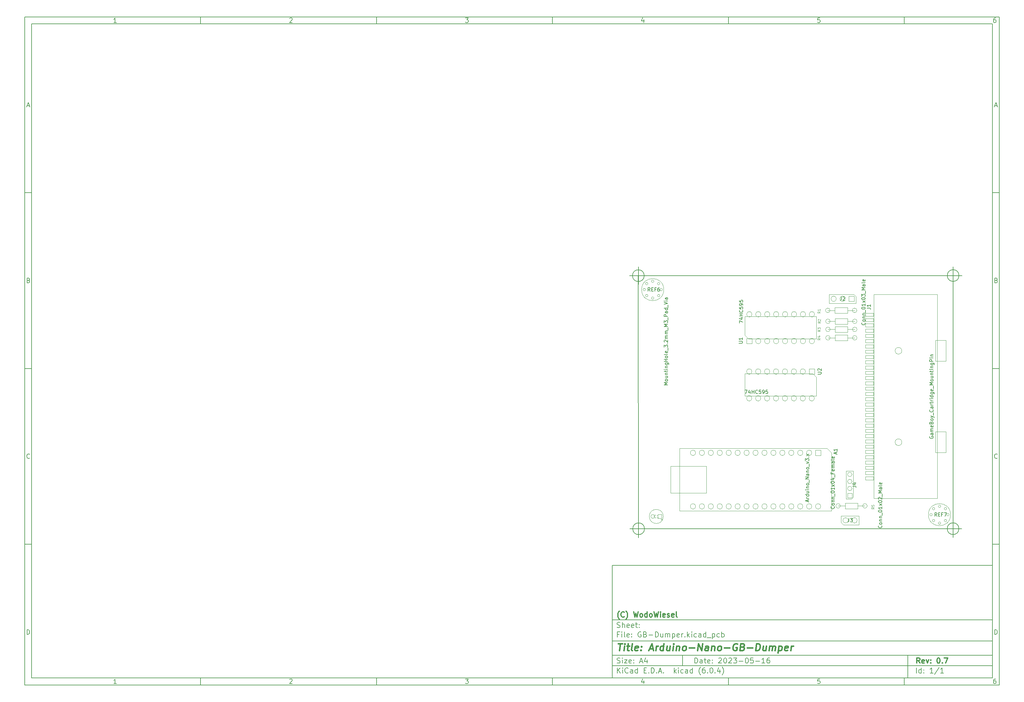
<source format=gbr>
%TF.GenerationSoftware,KiCad,Pcbnew,(6.0.4)*%
%TF.CreationDate,2023-10-13T20:42:48+02:00*%
%TF.ProjectId,GB-Dumper,47422d44-756d-4706-9572-2e6b69636164,0.7*%
%TF.SameCoordinates,Original*%
%TF.FileFunction,AssemblyDrawing,Top*%
%FSLAX46Y46*%
G04 Gerber Fmt 4.6, Leading zero omitted, Abs format (unit mm)*
G04 Created by KiCad (PCBNEW (6.0.4)) date 2023-10-13 20:42:48*
%MOMM*%
%LPD*%
G01*
G04 APERTURE LIST*
%ADD10C,0.100000*%
%ADD11C,0.150000*%
%ADD12C,0.300000*%
%ADD13C,0.400000*%
%TA.AperFunction,Profile*%
%ADD14C,0.150000*%
%TD*%
%ADD15C,0.108000*%
%ADD16C,0.120000*%
G04 APERTURE END LIST*
D10*
D11*
X177002200Y-166007200D02*
X177002200Y-198007200D01*
X285002200Y-198007200D01*
X285002200Y-166007200D01*
X177002200Y-166007200D01*
D10*
D11*
X10000000Y-10000000D02*
X10000000Y-200007200D01*
X287002200Y-200007200D01*
X287002200Y-10000000D01*
X10000000Y-10000000D01*
D10*
D11*
X12000000Y-12000000D02*
X12000000Y-198007200D01*
X285002200Y-198007200D01*
X285002200Y-12000000D01*
X12000000Y-12000000D01*
D10*
D11*
X60000000Y-12000000D02*
X60000000Y-10000000D01*
D10*
D11*
X110000000Y-12000000D02*
X110000000Y-10000000D01*
D10*
D11*
X160000000Y-12000000D02*
X160000000Y-10000000D01*
D10*
D11*
X210000000Y-12000000D02*
X210000000Y-10000000D01*
D10*
D11*
X260000000Y-12000000D02*
X260000000Y-10000000D01*
D10*
D11*
X36065476Y-11588095D02*
X35322619Y-11588095D01*
X35694047Y-11588095D02*
X35694047Y-10288095D01*
X35570238Y-10473809D01*
X35446428Y-10597619D01*
X35322619Y-10659523D01*
D10*
D11*
X85322619Y-10411904D02*
X85384523Y-10350000D01*
X85508333Y-10288095D01*
X85817857Y-10288095D01*
X85941666Y-10350000D01*
X86003571Y-10411904D01*
X86065476Y-10535714D01*
X86065476Y-10659523D01*
X86003571Y-10845238D01*
X85260714Y-11588095D01*
X86065476Y-11588095D01*
D10*
D11*
X135260714Y-10288095D02*
X136065476Y-10288095D01*
X135632142Y-10783333D01*
X135817857Y-10783333D01*
X135941666Y-10845238D01*
X136003571Y-10907142D01*
X136065476Y-11030952D01*
X136065476Y-11340476D01*
X136003571Y-11464285D01*
X135941666Y-11526190D01*
X135817857Y-11588095D01*
X135446428Y-11588095D01*
X135322619Y-11526190D01*
X135260714Y-11464285D01*
D10*
D11*
X185941666Y-10721428D02*
X185941666Y-11588095D01*
X185632142Y-10226190D02*
X185322619Y-11154761D01*
X186127380Y-11154761D01*
D10*
D11*
X236003571Y-10288095D02*
X235384523Y-10288095D01*
X235322619Y-10907142D01*
X235384523Y-10845238D01*
X235508333Y-10783333D01*
X235817857Y-10783333D01*
X235941666Y-10845238D01*
X236003571Y-10907142D01*
X236065476Y-11030952D01*
X236065476Y-11340476D01*
X236003571Y-11464285D01*
X235941666Y-11526190D01*
X235817857Y-11588095D01*
X235508333Y-11588095D01*
X235384523Y-11526190D01*
X235322619Y-11464285D01*
D10*
D11*
X285941666Y-10288095D02*
X285694047Y-10288095D01*
X285570238Y-10350000D01*
X285508333Y-10411904D01*
X285384523Y-10597619D01*
X285322619Y-10845238D01*
X285322619Y-11340476D01*
X285384523Y-11464285D01*
X285446428Y-11526190D01*
X285570238Y-11588095D01*
X285817857Y-11588095D01*
X285941666Y-11526190D01*
X286003571Y-11464285D01*
X286065476Y-11340476D01*
X286065476Y-11030952D01*
X286003571Y-10907142D01*
X285941666Y-10845238D01*
X285817857Y-10783333D01*
X285570238Y-10783333D01*
X285446428Y-10845238D01*
X285384523Y-10907142D01*
X285322619Y-11030952D01*
D10*
D11*
X60000000Y-198007200D02*
X60000000Y-200007200D01*
D10*
D11*
X110000000Y-198007200D02*
X110000000Y-200007200D01*
D10*
D11*
X160000000Y-198007200D02*
X160000000Y-200007200D01*
D10*
D11*
X210000000Y-198007200D02*
X210000000Y-200007200D01*
D10*
D11*
X260000000Y-198007200D02*
X260000000Y-200007200D01*
D10*
D11*
X36065476Y-199595295D02*
X35322619Y-199595295D01*
X35694047Y-199595295D02*
X35694047Y-198295295D01*
X35570238Y-198481009D01*
X35446428Y-198604819D01*
X35322619Y-198666723D01*
D10*
D11*
X85322619Y-198419104D02*
X85384523Y-198357200D01*
X85508333Y-198295295D01*
X85817857Y-198295295D01*
X85941666Y-198357200D01*
X86003571Y-198419104D01*
X86065476Y-198542914D01*
X86065476Y-198666723D01*
X86003571Y-198852438D01*
X85260714Y-199595295D01*
X86065476Y-199595295D01*
D10*
D11*
X135260714Y-198295295D02*
X136065476Y-198295295D01*
X135632142Y-198790533D01*
X135817857Y-198790533D01*
X135941666Y-198852438D01*
X136003571Y-198914342D01*
X136065476Y-199038152D01*
X136065476Y-199347676D01*
X136003571Y-199471485D01*
X135941666Y-199533390D01*
X135817857Y-199595295D01*
X135446428Y-199595295D01*
X135322619Y-199533390D01*
X135260714Y-199471485D01*
D10*
D11*
X185941666Y-198728628D02*
X185941666Y-199595295D01*
X185632142Y-198233390D02*
X185322619Y-199161961D01*
X186127380Y-199161961D01*
D10*
D11*
X236003571Y-198295295D02*
X235384523Y-198295295D01*
X235322619Y-198914342D01*
X235384523Y-198852438D01*
X235508333Y-198790533D01*
X235817857Y-198790533D01*
X235941666Y-198852438D01*
X236003571Y-198914342D01*
X236065476Y-199038152D01*
X236065476Y-199347676D01*
X236003571Y-199471485D01*
X235941666Y-199533390D01*
X235817857Y-199595295D01*
X235508333Y-199595295D01*
X235384523Y-199533390D01*
X235322619Y-199471485D01*
D10*
D11*
X285941666Y-198295295D02*
X285694047Y-198295295D01*
X285570238Y-198357200D01*
X285508333Y-198419104D01*
X285384523Y-198604819D01*
X285322619Y-198852438D01*
X285322619Y-199347676D01*
X285384523Y-199471485D01*
X285446428Y-199533390D01*
X285570238Y-199595295D01*
X285817857Y-199595295D01*
X285941666Y-199533390D01*
X286003571Y-199471485D01*
X286065476Y-199347676D01*
X286065476Y-199038152D01*
X286003571Y-198914342D01*
X285941666Y-198852438D01*
X285817857Y-198790533D01*
X285570238Y-198790533D01*
X285446428Y-198852438D01*
X285384523Y-198914342D01*
X285322619Y-199038152D01*
D10*
D11*
X10000000Y-60000000D02*
X12000000Y-60000000D01*
D10*
D11*
X10000000Y-110000000D02*
X12000000Y-110000000D01*
D10*
D11*
X10000000Y-160000000D02*
X12000000Y-160000000D01*
D10*
D11*
X10690476Y-35216666D02*
X11309523Y-35216666D01*
X10566666Y-35588095D02*
X11000000Y-34288095D01*
X11433333Y-35588095D01*
D10*
D11*
X11092857Y-84907142D02*
X11278571Y-84969047D01*
X11340476Y-85030952D01*
X11402380Y-85154761D01*
X11402380Y-85340476D01*
X11340476Y-85464285D01*
X11278571Y-85526190D01*
X11154761Y-85588095D01*
X10659523Y-85588095D01*
X10659523Y-84288095D01*
X11092857Y-84288095D01*
X11216666Y-84350000D01*
X11278571Y-84411904D01*
X11340476Y-84535714D01*
X11340476Y-84659523D01*
X11278571Y-84783333D01*
X11216666Y-84845238D01*
X11092857Y-84907142D01*
X10659523Y-84907142D01*
D10*
D11*
X11402380Y-135464285D02*
X11340476Y-135526190D01*
X11154761Y-135588095D01*
X11030952Y-135588095D01*
X10845238Y-135526190D01*
X10721428Y-135402380D01*
X10659523Y-135278571D01*
X10597619Y-135030952D01*
X10597619Y-134845238D01*
X10659523Y-134597619D01*
X10721428Y-134473809D01*
X10845238Y-134350000D01*
X11030952Y-134288095D01*
X11154761Y-134288095D01*
X11340476Y-134350000D01*
X11402380Y-134411904D01*
D10*
D11*
X10659523Y-185588095D02*
X10659523Y-184288095D01*
X10969047Y-184288095D01*
X11154761Y-184350000D01*
X11278571Y-184473809D01*
X11340476Y-184597619D01*
X11402380Y-184845238D01*
X11402380Y-185030952D01*
X11340476Y-185278571D01*
X11278571Y-185402380D01*
X11154761Y-185526190D01*
X10969047Y-185588095D01*
X10659523Y-185588095D01*
D10*
D11*
X287002200Y-60000000D02*
X285002200Y-60000000D01*
D10*
D11*
X287002200Y-110000000D02*
X285002200Y-110000000D01*
D10*
D11*
X287002200Y-160000000D02*
X285002200Y-160000000D01*
D10*
D11*
X285692676Y-35216666D02*
X286311723Y-35216666D01*
X285568866Y-35588095D02*
X286002200Y-34288095D01*
X286435533Y-35588095D01*
D10*
D11*
X286095057Y-84907142D02*
X286280771Y-84969047D01*
X286342676Y-85030952D01*
X286404580Y-85154761D01*
X286404580Y-85340476D01*
X286342676Y-85464285D01*
X286280771Y-85526190D01*
X286156961Y-85588095D01*
X285661723Y-85588095D01*
X285661723Y-84288095D01*
X286095057Y-84288095D01*
X286218866Y-84350000D01*
X286280771Y-84411904D01*
X286342676Y-84535714D01*
X286342676Y-84659523D01*
X286280771Y-84783333D01*
X286218866Y-84845238D01*
X286095057Y-84907142D01*
X285661723Y-84907142D01*
D10*
D11*
X286404580Y-135464285D02*
X286342676Y-135526190D01*
X286156961Y-135588095D01*
X286033152Y-135588095D01*
X285847438Y-135526190D01*
X285723628Y-135402380D01*
X285661723Y-135278571D01*
X285599819Y-135030952D01*
X285599819Y-134845238D01*
X285661723Y-134597619D01*
X285723628Y-134473809D01*
X285847438Y-134350000D01*
X286033152Y-134288095D01*
X286156961Y-134288095D01*
X286342676Y-134350000D01*
X286404580Y-134411904D01*
D10*
D11*
X285661723Y-185588095D02*
X285661723Y-184288095D01*
X285971247Y-184288095D01*
X286156961Y-184350000D01*
X286280771Y-184473809D01*
X286342676Y-184597619D01*
X286404580Y-184845238D01*
X286404580Y-185030952D01*
X286342676Y-185278571D01*
X286280771Y-185402380D01*
X286156961Y-185526190D01*
X285971247Y-185588095D01*
X285661723Y-185588095D01*
D10*
D11*
X200434342Y-193785771D02*
X200434342Y-192285771D01*
X200791485Y-192285771D01*
X201005771Y-192357200D01*
X201148628Y-192500057D01*
X201220057Y-192642914D01*
X201291485Y-192928628D01*
X201291485Y-193142914D01*
X201220057Y-193428628D01*
X201148628Y-193571485D01*
X201005771Y-193714342D01*
X200791485Y-193785771D01*
X200434342Y-193785771D01*
X202577200Y-193785771D02*
X202577200Y-193000057D01*
X202505771Y-192857200D01*
X202362914Y-192785771D01*
X202077200Y-192785771D01*
X201934342Y-192857200D01*
X202577200Y-193714342D02*
X202434342Y-193785771D01*
X202077200Y-193785771D01*
X201934342Y-193714342D01*
X201862914Y-193571485D01*
X201862914Y-193428628D01*
X201934342Y-193285771D01*
X202077200Y-193214342D01*
X202434342Y-193214342D01*
X202577200Y-193142914D01*
X203077200Y-192785771D02*
X203648628Y-192785771D01*
X203291485Y-192285771D02*
X203291485Y-193571485D01*
X203362914Y-193714342D01*
X203505771Y-193785771D01*
X203648628Y-193785771D01*
X204720057Y-193714342D02*
X204577200Y-193785771D01*
X204291485Y-193785771D01*
X204148628Y-193714342D01*
X204077200Y-193571485D01*
X204077200Y-193000057D01*
X204148628Y-192857200D01*
X204291485Y-192785771D01*
X204577200Y-192785771D01*
X204720057Y-192857200D01*
X204791485Y-193000057D01*
X204791485Y-193142914D01*
X204077200Y-193285771D01*
X205434342Y-193642914D02*
X205505771Y-193714342D01*
X205434342Y-193785771D01*
X205362914Y-193714342D01*
X205434342Y-193642914D01*
X205434342Y-193785771D01*
X205434342Y-192857200D02*
X205505771Y-192928628D01*
X205434342Y-193000057D01*
X205362914Y-192928628D01*
X205434342Y-192857200D01*
X205434342Y-193000057D01*
X207220057Y-192428628D02*
X207291485Y-192357200D01*
X207434342Y-192285771D01*
X207791485Y-192285771D01*
X207934342Y-192357200D01*
X208005771Y-192428628D01*
X208077200Y-192571485D01*
X208077200Y-192714342D01*
X208005771Y-192928628D01*
X207148628Y-193785771D01*
X208077200Y-193785771D01*
X209005771Y-192285771D02*
X209148628Y-192285771D01*
X209291485Y-192357200D01*
X209362914Y-192428628D01*
X209434342Y-192571485D01*
X209505771Y-192857200D01*
X209505771Y-193214342D01*
X209434342Y-193500057D01*
X209362914Y-193642914D01*
X209291485Y-193714342D01*
X209148628Y-193785771D01*
X209005771Y-193785771D01*
X208862914Y-193714342D01*
X208791485Y-193642914D01*
X208720057Y-193500057D01*
X208648628Y-193214342D01*
X208648628Y-192857200D01*
X208720057Y-192571485D01*
X208791485Y-192428628D01*
X208862914Y-192357200D01*
X209005771Y-192285771D01*
X210077200Y-192428628D02*
X210148628Y-192357200D01*
X210291485Y-192285771D01*
X210648628Y-192285771D01*
X210791485Y-192357200D01*
X210862914Y-192428628D01*
X210934342Y-192571485D01*
X210934342Y-192714342D01*
X210862914Y-192928628D01*
X210005771Y-193785771D01*
X210934342Y-193785771D01*
X211434342Y-192285771D02*
X212362914Y-192285771D01*
X211862914Y-192857200D01*
X212077200Y-192857200D01*
X212220057Y-192928628D01*
X212291485Y-193000057D01*
X212362914Y-193142914D01*
X212362914Y-193500057D01*
X212291485Y-193642914D01*
X212220057Y-193714342D01*
X212077200Y-193785771D01*
X211648628Y-193785771D01*
X211505771Y-193714342D01*
X211434342Y-193642914D01*
X213005771Y-193214342D02*
X214148628Y-193214342D01*
X215148628Y-192285771D02*
X215291485Y-192285771D01*
X215434342Y-192357200D01*
X215505771Y-192428628D01*
X215577200Y-192571485D01*
X215648628Y-192857200D01*
X215648628Y-193214342D01*
X215577200Y-193500057D01*
X215505771Y-193642914D01*
X215434342Y-193714342D01*
X215291485Y-193785771D01*
X215148628Y-193785771D01*
X215005771Y-193714342D01*
X214934342Y-193642914D01*
X214862914Y-193500057D01*
X214791485Y-193214342D01*
X214791485Y-192857200D01*
X214862914Y-192571485D01*
X214934342Y-192428628D01*
X215005771Y-192357200D01*
X215148628Y-192285771D01*
X217005771Y-192285771D02*
X216291485Y-192285771D01*
X216220057Y-193000057D01*
X216291485Y-192928628D01*
X216434342Y-192857200D01*
X216791485Y-192857200D01*
X216934342Y-192928628D01*
X217005771Y-193000057D01*
X217077200Y-193142914D01*
X217077200Y-193500057D01*
X217005771Y-193642914D01*
X216934342Y-193714342D01*
X216791485Y-193785771D01*
X216434342Y-193785771D01*
X216291485Y-193714342D01*
X216220057Y-193642914D01*
X217720057Y-193214342D02*
X218862914Y-193214342D01*
X220362914Y-193785771D02*
X219505771Y-193785771D01*
X219934342Y-193785771D02*
X219934342Y-192285771D01*
X219791485Y-192500057D01*
X219648628Y-192642914D01*
X219505771Y-192714342D01*
X221648628Y-192285771D02*
X221362914Y-192285771D01*
X221220057Y-192357200D01*
X221148628Y-192428628D01*
X221005771Y-192642914D01*
X220934342Y-192928628D01*
X220934342Y-193500057D01*
X221005771Y-193642914D01*
X221077200Y-193714342D01*
X221220057Y-193785771D01*
X221505771Y-193785771D01*
X221648628Y-193714342D01*
X221720057Y-193642914D01*
X221791485Y-193500057D01*
X221791485Y-193142914D01*
X221720057Y-193000057D01*
X221648628Y-192928628D01*
X221505771Y-192857200D01*
X221220057Y-192857200D01*
X221077200Y-192928628D01*
X221005771Y-193000057D01*
X220934342Y-193142914D01*
D10*
D11*
X177002200Y-194507200D02*
X285002200Y-194507200D01*
D10*
D11*
X178434342Y-196585771D02*
X178434342Y-195085771D01*
X179291485Y-196585771D02*
X178648628Y-195728628D01*
X179291485Y-195085771D02*
X178434342Y-195942914D01*
X179934342Y-196585771D02*
X179934342Y-195585771D01*
X179934342Y-195085771D02*
X179862914Y-195157200D01*
X179934342Y-195228628D01*
X180005771Y-195157200D01*
X179934342Y-195085771D01*
X179934342Y-195228628D01*
X181505771Y-196442914D02*
X181434342Y-196514342D01*
X181220057Y-196585771D01*
X181077200Y-196585771D01*
X180862914Y-196514342D01*
X180720057Y-196371485D01*
X180648628Y-196228628D01*
X180577200Y-195942914D01*
X180577200Y-195728628D01*
X180648628Y-195442914D01*
X180720057Y-195300057D01*
X180862914Y-195157200D01*
X181077200Y-195085771D01*
X181220057Y-195085771D01*
X181434342Y-195157200D01*
X181505771Y-195228628D01*
X182791485Y-196585771D02*
X182791485Y-195800057D01*
X182720057Y-195657200D01*
X182577200Y-195585771D01*
X182291485Y-195585771D01*
X182148628Y-195657200D01*
X182791485Y-196514342D02*
X182648628Y-196585771D01*
X182291485Y-196585771D01*
X182148628Y-196514342D01*
X182077200Y-196371485D01*
X182077200Y-196228628D01*
X182148628Y-196085771D01*
X182291485Y-196014342D01*
X182648628Y-196014342D01*
X182791485Y-195942914D01*
X184148628Y-196585771D02*
X184148628Y-195085771D01*
X184148628Y-196514342D02*
X184005771Y-196585771D01*
X183720057Y-196585771D01*
X183577200Y-196514342D01*
X183505771Y-196442914D01*
X183434342Y-196300057D01*
X183434342Y-195871485D01*
X183505771Y-195728628D01*
X183577200Y-195657200D01*
X183720057Y-195585771D01*
X184005771Y-195585771D01*
X184148628Y-195657200D01*
X186005771Y-195800057D02*
X186505771Y-195800057D01*
X186720057Y-196585771D02*
X186005771Y-196585771D01*
X186005771Y-195085771D01*
X186720057Y-195085771D01*
X187362914Y-196442914D02*
X187434342Y-196514342D01*
X187362914Y-196585771D01*
X187291485Y-196514342D01*
X187362914Y-196442914D01*
X187362914Y-196585771D01*
X188077200Y-196585771D02*
X188077200Y-195085771D01*
X188434342Y-195085771D01*
X188648628Y-195157200D01*
X188791485Y-195300057D01*
X188862914Y-195442914D01*
X188934342Y-195728628D01*
X188934342Y-195942914D01*
X188862914Y-196228628D01*
X188791485Y-196371485D01*
X188648628Y-196514342D01*
X188434342Y-196585771D01*
X188077200Y-196585771D01*
X189577200Y-196442914D02*
X189648628Y-196514342D01*
X189577200Y-196585771D01*
X189505771Y-196514342D01*
X189577200Y-196442914D01*
X189577200Y-196585771D01*
X190220057Y-196157200D02*
X190934342Y-196157200D01*
X190077200Y-196585771D02*
X190577200Y-195085771D01*
X191077200Y-196585771D01*
X191577200Y-196442914D02*
X191648628Y-196514342D01*
X191577200Y-196585771D01*
X191505771Y-196514342D01*
X191577200Y-196442914D01*
X191577200Y-196585771D01*
X194577200Y-196585771D02*
X194577200Y-195085771D01*
X194720057Y-196014342D02*
X195148628Y-196585771D01*
X195148628Y-195585771D02*
X194577200Y-196157200D01*
X195791485Y-196585771D02*
X195791485Y-195585771D01*
X195791485Y-195085771D02*
X195720057Y-195157200D01*
X195791485Y-195228628D01*
X195862914Y-195157200D01*
X195791485Y-195085771D01*
X195791485Y-195228628D01*
X197148628Y-196514342D02*
X197005771Y-196585771D01*
X196720057Y-196585771D01*
X196577200Y-196514342D01*
X196505771Y-196442914D01*
X196434342Y-196300057D01*
X196434342Y-195871485D01*
X196505771Y-195728628D01*
X196577200Y-195657200D01*
X196720057Y-195585771D01*
X197005771Y-195585771D01*
X197148628Y-195657200D01*
X198434342Y-196585771D02*
X198434342Y-195800057D01*
X198362914Y-195657200D01*
X198220057Y-195585771D01*
X197934342Y-195585771D01*
X197791485Y-195657200D01*
X198434342Y-196514342D02*
X198291485Y-196585771D01*
X197934342Y-196585771D01*
X197791485Y-196514342D01*
X197720057Y-196371485D01*
X197720057Y-196228628D01*
X197791485Y-196085771D01*
X197934342Y-196014342D01*
X198291485Y-196014342D01*
X198434342Y-195942914D01*
X199791485Y-196585771D02*
X199791485Y-195085771D01*
X199791485Y-196514342D02*
X199648628Y-196585771D01*
X199362914Y-196585771D01*
X199220057Y-196514342D01*
X199148628Y-196442914D01*
X199077200Y-196300057D01*
X199077200Y-195871485D01*
X199148628Y-195728628D01*
X199220057Y-195657200D01*
X199362914Y-195585771D01*
X199648628Y-195585771D01*
X199791485Y-195657200D01*
X202077200Y-197157200D02*
X202005771Y-197085771D01*
X201862914Y-196871485D01*
X201791485Y-196728628D01*
X201720057Y-196514342D01*
X201648628Y-196157200D01*
X201648628Y-195871485D01*
X201720057Y-195514342D01*
X201791485Y-195300057D01*
X201862914Y-195157200D01*
X202005771Y-194942914D01*
X202077200Y-194871485D01*
X203291485Y-195085771D02*
X203005771Y-195085771D01*
X202862914Y-195157200D01*
X202791485Y-195228628D01*
X202648628Y-195442914D01*
X202577200Y-195728628D01*
X202577200Y-196300057D01*
X202648628Y-196442914D01*
X202720057Y-196514342D01*
X202862914Y-196585771D01*
X203148628Y-196585771D01*
X203291485Y-196514342D01*
X203362914Y-196442914D01*
X203434342Y-196300057D01*
X203434342Y-195942914D01*
X203362914Y-195800057D01*
X203291485Y-195728628D01*
X203148628Y-195657200D01*
X202862914Y-195657200D01*
X202720057Y-195728628D01*
X202648628Y-195800057D01*
X202577200Y-195942914D01*
X204077200Y-196442914D02*
X204148628Y-196514342D01*
X204077200Y-196585771D01*
X204005771Y-196514342D01*
X204077200Y-196442914D01*
X204077200Y-196585771D01*
X205077200Y-195085771D02*
X205220057Y-195085771D01*
X205362914Y-195157200D01*
X205434342Y-195228628D01*
X205505771Y-195371485D01*
X205577200Y-195657200D01*
X205577200Y-196014342D01*
X205505771Y-196300057D01*
X205434342Y-196442914D01*
X205362914Y-196514342D01*
X205220057Y-196585771D01*
X205077200Y-196585771D01*
X204934342Y-196514342D01*
X204862914Y-196442914D01*
X204791485Y-196300057D01*
X204720057Y-196014342D01*
X204720057Y-195657200D01*
X204791485Y-195371485D01*
X204862914Y-195228628D01*
X204934342Y-195157200D01*
X205077200Y-195085771D01*
X206220057Y-196442914D02*
X206291485Y-196514342D01*
X206220057Y-196585771D01*
X206148628Y-196514342D01*
X206220057Y-196442914D01*
X206220057Y-196585771D01*
X207577200Y-195585771D02*
X207577200Y-196585771D01*
X207220057Y-195014342D02*
X206862914Y-196085771D01*
X207791485Y-196085771D01*
X208220057Y-197157200D02*
X208291485Y-197085771D01*
X208434342Y-196871485D01*
X208505771Y-196728628D01*
X208577200Y-196514342D01*
X208648628Y-196157200D01*
X208648628Y-195871485D01*
X208577200Y-195514342D01*
X208505771Y-195300057D01*
X208434342Y-195157200D01*
X208291485Y-194942914D01*
X208220057Y-194871485D01*
D10*
D11*
X177002200Y-191507200D02*
X285002200Y-191507200D01*
D10*
D12*
X264411485Y-193785771D02*
X263911485Y-193071485D01*
X263554342Y-193785771D02*
X263554342Y-192285771D01*
X264125771Y-192285771D01*
X264268628Y-192357200D01*
X264340057Y-192428628D01*
X264411485Y-192571485D01*
X264411485Y-192785771D01*
X264340057Y-192928628D01*
X264268628Y-193000057D01*
X264125771Y-193071485D01*
X263554342Y-193071485D01*
X265625771Y-193714342D02*
X265482914Y-193785771D01*
X265197200Y-193785771D01*
X265054342Y-193714342D01*
X264982914Y-193571485D01*
X264982914Y-193000057D01*
X265054342Y-192857200D01*
X265197200Y-192785771D01*
X265482914Y-192785771D01*
X265625771Y-192857200D01*
X265697200Y-193000057D01*
X265697200Y-193142914D01*
X264982914Y-193285771D01*
X266197200Y-192785771D02*
X266554342Y-193785771D01*
X266911485Y-192785771D01*
X267482914Y-193642914D02*
X267554342Y-193714342D01*
X267482914Y-193785771D01*
X267411485Y-193714342D01*
X267482914Y-193642914D01*
X267482914Y-193785771D01*
X267482914Y-192857200D02*
X267554342Y-192928628D01*
X267482914Y-193000057D01*
X267411485Y-192928628D01*
X267482914Y-192857200D01*
X267482914Y-193000057D01*
X269625771Y-192285771D02*
X269768628Y-192285771D01*
X269911485Y-192357200D01*
X269982914Y-192428628D01*
X270054342Y-192571485D01*
X270125771Y-192857200D01*
X270125771Y-193214342D01*
X270054342Y-193500057D01*
X269982914Y-193642914D01*
X269911485Y-193714342D01*
X269768628Y-193785771D01*
X269625771Y-193785771D01*
X269482914Y-193714342D01*
X269411485Y-193642914D01*
X269340057Y-193500057D01*
X269268628Y-193214342D01*
X269268628Y-192857200D01*
X269340057Y-192571485D01*
X269411485Y-192428628D01*
X269482914Y-192357200D01*
X269625771Y-192285771D01*
X270768628Y-193642914D02*
X270840057Y-193714342D01*
X270768628Y-193785771D01*
X270697200Y-193714342D01*
X270768628Y-193642914D01*
X270768628Y-193785771D01*
X271340057Y-192285771D02*
X272340057Y-192285771D01*
X271697200Y-193785771D01*
D10*
D11*
X178362914Y-193714342D02*
X178577200Y-193785771D01*
X178934342Y-193785771D01*
X179077200Y-193714342D01*
X179148628Y-193642914D01*
X179220057Y-193500057D01*
X179220057Y-193357200D01*
X179148628Y-193214342D01*
X179077200Y-193142914D01*
X178934342Y-193071485D01*
X178648628Y-193000057D01*
X178505771Y-192928628D01*
X178434342Y-192857200D01*
X178362914Y-192714342D01*
X178362914Y-192571485D01*
X178434342Y-192428628D01*
X178505771Y-192357200D01*
X178648628Y-192285771D01*
X179005771Y-192285771D01*
X179220057Y-192357200D01*
X179862914Y-193785771D02*
X179862914Y-192785771D01*
X179862914Y-192285771D02*
X179791485Y-192357200D01*
X179862914Y-192428628D01*
X179934342Y-192357200D01*
X179862914Y-192285771D01*
X179862914Y-192428628D01*
X180434342Y-192785771D02*
X181220057Y-192785771D01*
X180434342Y-193785771D01*
X181220057Y-193785771D01*
X182362914Y-193714342D02*
X182220057Y-193785771D01*
X181934342Y-193785771D01*
X181791485Y-193714342D01*
X181720057Y-193571485D01*
X181720057Y-193000057D01*
X181791485Y-192857200D01*
X181934342Y-192785771D01*
X182220057Y-192785771D01*
X182362914Y-192857200D01*
X182434342Y-193000057D01*
X182434342Y-193142914D01*
X181720057Y-193285771D01*
X183077200Y-193642914D02*
X183148628Y-193714342D01*
X183077200Y-193785771D01*
X183005771Y-193714342D01*
X183077200Y-193642914D01*
X183077200Y-193785771D01*
X183077200Y-192857200D02*
X183148628Y-192928628D01*
X183077200Y-193000057D01*
X183005771Y-192928628D01*
X183077200Y-192857200D01*
X183077200Y-193000057D01*
X184862914Y-193357200D02*
X185577200Y-193357200D01*
X184720057Y-193785771D02*
X185220057Y-192285771D01*
X185720057Y-193785771D01*
X186862914Y-192785771D02*
X186862914Y-193785771D01*
X186505771Y-192214342D02*
X186148628Y-193285771D01*
X187077200Y-193285771D01*
D10*
D11*
X263434342Y-196585771D02*
X263434342Y-195085771D01*
X264791485Y-196585771D02*
X264791485Y-195085771D01*
X264791485Y-196514342D02*
X264648628Y-196585771D01*
X264362914Y-196585771D01*
X264220057Y-196514342D01*
X264148628Y-196442914D01*
X264077200Y-196300057D01*
X264077200Y-195871485D01*
X264148628Y-195728628D01*
X264220057Y-195657200D01*
X264362914Y-195585771D01*
X264648628Y-195585771D01*
X264791485Y-195657200D01*
X265505771Y-196442914D02*
X265577200Y-196514342D01*
X265505771Y-196585771D01*
X265434342Y-196514342D01*
X265505771Y-196442914D01*
X265505771Y-196585771D01*
X265505771Y-195657200D02*
X265577200Y-195728628D01*
X265505771Y-195800057D01*
X265434342Y-195728628D01*
X265505771Y-195657200D01*
X265505771Y-195800057D01*
X268148628Y-196585771D02*
X267291485Y-196585771D01*
X267720057Y-196585771D02*
X267720057Y-195085771D01*
X267577200Y-195300057D01*
X267434342Y-195442914D01*
X267291485Y-195514342D01*
X269862914Y-195014342D02*
X268577200Y-196942914D01*
X271148628Y-196585771D02*
X270291485Y-196585771D01*
X270720057Y-196585771D02*
X270720057Y-195085771D01*
X270577200Y-195300057D01*
X270434342Y-195442914D01*
X270291485Y-195514342D01*
D10*
D11*
X177002200Y-187507200D02*
X285002200Y-187507200D01*
D10*
D13*
X178714580Y-188211961D02*
X179857438Y-188211961D01*
X179036009Y-190211961D02*
X179286009Y-188211961D01*
X180274104Y-190211961D02*
X180440771Y-188878628D01*
X180524104Y-188211961D02*
X180416961Y-188307200D01*
X180500295Y-188402438D01*
X180607438Y-188307200D01*
X180524104Y-188211961D01*
X180500295Y-188402438D01*
X181107438Y-188878628D02*
X181869342Y-188878628D01*
X181476485Y-188211961D02*
X181262200Y-189926247D01*
X181333628Y-190116723D01*
X181512200Y-190211961D01*
X181702676Y-190211961D01*
X182655057Y-190211961D02*
X182476485Y-190116723D01*
X182405057Y-189926247D01*
X182619342Y-188211961D01*
X184190771Y-190116723D02*
X183988390Y-190211961D01*
X183607438Y-190211961D01*
X183428866Y-190116723D01*
X183357438Y-189926247D01*
X183452676Y-189164342D01*
X183571723Y-188973866D01*
X183774104Y-188878628D01*
X184155057Y-188878628D01*
X184333628Y-188973866D01*
X184405057Y-189164342D01*
X184381247Y-189354819D01*
X183405057Y-189545295D01*
X185155057Y-190021485D02*
X185238390Y-190116723D01*
X185131247Y-190211961D01*
X185047914Y-190116723D01*
X185155057Y-190021485D01*
X185131247Y-190211961D01*
X185286009Y-188973866D02*
X185369342Y-189069104D01*
X185262200Y-189164342D01*
X185178866Y-189069104D01*
X185286009Y-188973866D01*
X185262200Y-189164342D01*
X187583628Y-189640533D02*
X188536009Y-189640533D01*
X187321723Y-190211961D02*
X188238390Y-188211961D01*
X188655057Y-190211961D01*
X189321723Y-190211961D02*
X189488390Y-188878628D01*
X189440771Y-189259580D02*
X189559819Y-189069104D01*
X189666961Y-188973866D01*
X189869342Y-188878628D01*
X190059819Y-188878628D01*
X191416961Y-190211961D02*
X191666961Y-188211961D01*
X191428866Y-190116723D02*
X191226485Y-190211961D01*
X190845533Y-190211961D01*
X190666961Y-190116723D01*
X190583628Y-190021485D01*
X190512200Y-189831009D01*
X190583628Y-189259580D01*
X190702676Y-189069104D01*
X190809819Y-188973866D01*
X191012200Y-188878628D01*
X191393152Y-188878628D01*
X191571723Y-188973866D01*
X193393152Y-188878628D02*
X193226485Y-190211961D01*
X192536009Y-188878628D02*
X192405057Y-189926247D01*
X192476485Y-190116723D01*
X192655057Y-190211961D01*
X192940771Y-190211961D01*
X193143152Y-190116723D01*
X193250295Y-190021485D01*
X194178866Y-190211961D02*
X194345533Y-188878628D01*
X194428866Y-188211961D02*
X194321723Y-188307200D01*
X194405057Y-188402438D01*
X194512200Y-188307200D01*
X194428866Y-188211961D01*
X194405057Y-188402438D01*
X195297914Y-188878628D02*
X195131247Y-190211961D01*
X195274104Y-189069104D02*
X195381247Y-188973866D01*
X195583628Y-188878628D01*
X195869342Y-188878628D01*
X196047914Y-188973866D01*
X196119342Y-189164342D01*
X195988390Y-190211961D01*
X197226485Y-190211961D02*
X197047914Y-190116723D01*
X196964580Y-190021485D01*
X196893152Y-189831009D01*
X196964580Y-189259580D01*
X197083628Y-189069104D01*
X197190771Y-188973866D01*
X197393152Y-188878628D01*
X197678866Y-188878628D01*
X197857438Y-188973866D01*
X197940771Y-189069104D01*
X198012200Y-189259580D01*
X197940771Y-189831009D01*
X197821723Y-190021485D01*
X197714580Y-190116723D01*
X197512200Y-190211961D01*
X197226485Y-190211961D01*
X198845533Y-189450057D02*
X200369342Y-189450057D01*
X201226485Y-190211961D02*
X201476485Y-188211961D01*
X202369342Y-190211961D01*
X202619342Y-188211961D01*
X204178866Y-190211961D02*
X204309819Y-189164342D01*
X204238390Y-188973866D01*
X204059819Y-188878628D01*
X203678866Y-188878628D01*
X203476485Y-188973866D01*
X204190771Y-190116723D02*
X203988390Y-190211961D01*
X203512200Y-190211961D01*
X203333628Y-190116723D01*
X203262200Y-189926247D01*
X203286009Y-189735771D01*
X203405057Y-189545295D01*
X203607438Y-189450057D01*
X204083628Y-189450057D01*
X204286009Y-189354819D01*
X205297914Y-188878628D02*
X205131247Y-190211961D01*
X205274104Y-189069104D02*
X205381247Y-188973866D01*
X205583628Y-188878628D01*
X205869342Y-188878628D01*
X206047914Y-188973866D01*
X206119342Y-189164342D01*
X205988390Y-190211961D01*
X207226485Y-190211961D02*
X207047914Y-190116723D01*
X206964580Y-190021485D01*
X206893152Y-189831009D01*
X206964580Y-189259580D01*
X207083628Y-189069104D01*
X207190771Y-188973866D01*
X207393152Y-188878628D01*
X207678866Y-188878628D01*
X207857438Y-188973866D01*
X207940771Y-189069104D01*
X208012200Y-189259580D01*
X207940771Y-189831009D01*
X207821723Y-190021485D01*
X207714580Y-190116723D01*
X207512200Y-190211961D01*
X207226485Y-190211961D01*
X208845533Y-189450057D02*
X210369342Y-189450057D01*
X212512200Y-188307200D02*
X212333628Y-188211961D01*
X212047914Y-188211961D01*
X211750295Y-188307200D01*
X211536009Y-188497676D01*
X211416961Y-188688152D01*
X211274104Y-189069104D01*
X211238390Y-189354819D01*
X211286009Y-189735771D01*
X211357438Y-189926247D01*
X211524104Y-190116723D01*
X211797914Y-190211961D01*
X211988390Y-190211961D01*
X212286009Y-190116723D01*
X212393152Y-190021485D01*
X212476485Y-189354819D01*
X212095533Y-189354819D01*
X214024104Y-189164342D02*
X214297914Y-189259580D01*
X214381247Y-189354819D01*
X214452676Y-189545295D01*
X214416961Y-189831009D01*
X214297914Y-190021485D01*
X214190771Y-190116723D01*
X213988390Y-190211961D01*
X213226485Y-190211961D01*
X213476485Y-188211961D01*
X214143152Y-188211961D01*
X214321723Y-188307200D01*
X214405057Y-188402438D01*
X214476485Y-188592914D01*
X214452676Y-188783390D01*
X214333628Y-188973866D01*
X214226485Y-189069104D01*
X214024104Y-189164342D01*
X213357438Y-189164342D01*
X215321723Y-189450057D02*
X216845533Y-189450057D01*
X217702676Y-190211961D02*
X217952676Y-188211961D01*
X218428866Y-188211961D01*
X218702676Y-188307200D01*
X218869342Y-188497676D01*
X218940771Y-188688152D01*
X218988390Y-189069104D01*
X218952676Y-189354819D01*
X218809819Y-189735771D01*
X218690771Y-189926247D01*
X218476485Y-190116723D01*
X218178866Y-190211961D01*
X217702676Y-190211961D01*
X220726485Y-188878628D02*
X220559819Y-190211961D01*
X219869342Y-188878628D02*
X219738390Y-189926247D01*
X219809819Y-190116723D01*
X219988390Y-190211961D01*
X220274104Y-190211961D01*
X220476485Y-190116723D01*
X220583628Y-190021485D01*
X221512200Y-190211961D02*
X221678866Y-188878628D01*
X221655057Y-189069104D02*
X221762200Y-188973866D01*
X221964580Y-188878628D01*
X222250295Y-188878628D01*
X222428866Y-188973866D01*
X222500295Y-189164342D01*
X222369342Y-190211961D01*
X222500295Y-189164342D02*
X222619342Y-188973866D01*
X222821723Y-188878628D01*
X223107438Y-188878628D01*
X223286009Y-188973866D01*
X223357438Y-189164342D01*
X223226485Y-190211961D01*
X224345533Y-188878628D02*
X224095533Y-190878628D01*
X224333628Y-188973866D02*
X224536009Y-188878628D01*
X224916961Y-188878628D01*
X225095533Y-188973866D01*
X225178866Y-189069104D01*
X225250295Y-189259580D01*
X225178866Y-189831009D01*
X225059819Y-190021485D01*
X224952676Y-190116723D01*
X224750295Y-190211961D01*
X224369342Y-190211961D01*
X224190771Y-190116723D01*
X226762200Y-190116723D02*
X226559819Y-190211961D01*
X226178866Y-190211961D01*
X226000295Y-190116723D01*
X225928866Y-189926247D01*
X226024104Y-189164342D01*
X226143152Y-188973866D01*
X226345533Y-188878628D01*
X226726485Y-188878628D01*
X226905057Y-188973866D01*
X226976485Y-189164342D01*
X226952676Y-189354819D01*
X225976485Y-189545295D01*
X227702676Y-190211961D02*
X227869342Y-188878628D01*
X227821723Y-189259580D02*
X227940771Y-189069104D01*
X228047914Y-188973866D01*
X228250295Y-188878628D01*
X228440771Y-188878628D01*
D10*
D11*
X178934342Y-185600057D02*
X178434342Y-185600057D01*
X178434342Y-186385771D02*
X178434342Y-184885771D01*
X179148628Y-184885771D01*
X179720057Y-186385771D02*
X179720057Y-185385771D01*
X179720057Y-184885771D02*
X179648628Y-184957200D01*
X179720057Y-185028628D01*
X179791485Y-184957200D01*
X179720057Y-184885771D01*
X179720057Y-185028628D01*
X180648628Y-186385771D02*
X180505771Y-186314342D01*
X180434342Y-186171485D01*
X180434342Y-184885771D01*
X181791485Y-186314342D02*
X181648628Y-186385771D01*
X181362914Y-186385771D01*
X181220057Y-186314342D01*
X181148628Y-186171485D01*
X181148628Y-185600057D01*
X181220057Y-185457200D01*
X181362914Y-185385771D01*
X181648628Y-185385771D01*
X181791485Y-185457200D01*
X181862914Y-185600057D01*
X181862914Y-185742914D01*
X181148628Y-185885771D01*
X182505771Y-186242914D02*
X182577200Y-186314342D01*
X182505771Y-186385771D01*
X182434342Y-186314342D01*
X182505771Y-186242914D01*
X182505771Y-186385771D01*
X182505771Y-185457200D02*
X182577200Y-185528628D01*
X182505771Y-185600057D01*
X182434342Y-185528628D01*
X182505771Y-185457200D01*
X182505771Y-185600057D01*
X185148628Y-184957200D02*
X185005771Y-184885771D01*
X184791485Y-184885771D01*
X184577200Y-184957200D01*
X184434342Y-185100057D01*
X184362914Y-185242914D01*
X184291485Y-185528628D01*
X184291485Y-185742914D01*
X184362914Y-186028628D01*
X184434342Y-186171485D01*
X184577200Y-186314342D01*
X184791485Y-186385771D01*
X184934342Y-186385771D01*
X185148628Y-186314342D01*
X185220057Y-186242914D01*
X185220057Y-185742914D01*
X184934342Y-185742914D01*
X186362914Y-185600057D02*
X186577200Y-185671485D01*
X186648628Y-185742914D01*
X186720057Y-185885771D01*
X186720057Y-186100057D01*
X186648628Y-186242914D01*
X186577200Y-186314342D01*
X186434342Y-186385771D01*
X185862914Y-186385771D01*
X185862914Y-184885771D01*
X186362914Y-184885771D01*
X186505771Y-184957200D01*
X186577200Y-185028628D01*
X186648628Y-185171485D01*
X186648628Y-185314342D01*
X186577200Y-185457200D01*
X186505771Y-185528628D01*
X186362914Y-185600057D01*
X185862914Y-185600057D01*
X187362914Y-185814342D02*
X188505771Y-185814342D01*
X189220057Y-186385771D02*
X189220057Y-184885771D01*
X189577200Y-184885771D01*
X189791485Y-184957200D01*
X189934342Y-185100057D01*
X190005771Y-185242914D01*
X190077200Y-185528628D01*
X190077200Y-185742914D01*
X190005771Y-186028628D01*
X189934342Y-186171485D01*
X189791485Y-186314342D01*
X189577200Y-186385771D01*
X189220057Y-186385771D01*
X191362914Y-185385771D02*
X191362914Y-186385771D01*
X190720057Y-185385771D02*
X190720057Y-186171485D01*
X190791485Y-186314342D01*
X190934342Y-186385771D01*
X191148628Y-186385771D01*
X191291485Y-186314342D01*
X191362914Y-186242914D01*
X192077200Y-186385771D02*
X192077200Y-185385771D01*
X192077200Y-185528628D02*
X192148628Y-185457200D01*
X192291485Y-185385771D01*
X192505771Y-185385771D01*
X192648628Y-185457200D01*
X192720057Y-185600057D01*
X192720057Y-186385771D01*
X192720057Y-185600057D02*
X192791485Y-185457200D01*
X192934342Y-185385771D01*
X193148628Y-185385771D01*
X193291485Y-185457200D01*
X193362914Y-185600057D01*
X193362914Y-186385771D01*
X194077200Y-185385771D02*
X194077200Y-186885771D01*
X194077200Y-185457200D02*
X194220057Y-185385771D01*
X194505771Y-185385771D01*
X194648628Y-185457200D01*
X194720057Y-185528628D01*
X194791485Y-185671485D01*
X194791485Y-186100057D01*
X194720057Y-186242914D01*
X194648628Y-186314342D01*
X194505771Y-186385771D01*
X194220057Y-186385771D01*
X194077200Y-186314342D01*
X196005771Y-186314342D02*
X195862914Y-186385771D01*
X195577200Y-186385771D01*
X195434342Y-186314342D01*
X195362914Y-186171485D01*
X195362914Y-185600057D01*
X195434342Y-185457200D01*
X195577200Y-185385771D01*
X195862914Y-185385771D01*
X196005771Y-185457200D01*
X196077200Y-185600057D01*
X196077200Y-185742914D01*
X195362914Y-185885771D01*
X196720057Y-186385771D02*
X196720057Y-185385771D01*
X196720057Y-185671485D02*
X196791485Y-185528628D01*
X196862914Y-185457200D01*
X197005771Y-185385771D01*
X197148628Y-185385771D01*
X197648628Y-186242914D02*
X197720057Y-186314342D01*
X197648628Y-186385771D01*
X197577200Y-186314342D01*
X197648628Y-186242914D01*
X197648628Y-186385771D01*
X198362914Y-186385771D02*
X198362914Y-184885771D01*
X198505771Y-185814342D02*
X198934342Y-186385771D01*
X198934342Y-185385771D02*
X198362914Y-185957200D01*
X199577200Y-186385771D02*
X199577200Y-185385771D01*
X199577200Y-184885771D02*
X199505771Y-184957200D01*
X199577200Y-185028628D01*
X199648628Y-184957200D01*
X199577200Y-184885771D01*
X199577200Y-185028628D01*
X200934342Y-186314342D02*
X200791485Y-186385771D01*
X200505771Y-186385771D01*
X200362914Y-186314342D01*
X200291485Y-186242914D01*
X200220057Y-186100057D01*
X200220057Y-185671485D01*
X200291485Y-185528628D01*
X200362914Y-185457200D01*
X200505771Y-185385771D01*
X200791485Y-185385771D01*
X200934342Y-185457200D01*
X202220057Y-186385771D02*
X202220057Y-185600057D01*
X202148628Y-185457200D01*
X202005771Y-185385771D01*
X201720057Y-185385771D01*
X201577200Y-185457200D01*
X202220057Y-186314342D02*
X202077200Y-186385771D01*
X201720057Y-186385771D01*
X201577200Y-186314342D01*
X201505771Y-186171485D01*
X201505771Y-186028628D01*
X201577200Y-185885771D01*
X201720057Y-185814342D01*
X202077200Y-185814342D01*
X202220057Y-185742914D01*
X203577200Y-186385771D02*
X203577200Y-184885771D01*
X203577200Y-186314342D02*
X203434342Y-186385771D01*
X203148628Y-186385771D01*
X203005771Y-186314342D01*
X202934342Y-186242914D01*
X202862914Y-186100057D01*
X202862914Y-185671485D01*
X202934342Y-185528628D01*
X203005771Y-185457200D01*
X203148628Y-185385771D01*
X203434342Y-185385771D01*
X203577200Y-185457200D01*
X203934342Y-186528628D02*
X205077200Y-186528628D01*
X205434342Y-185385771D02*
X205434342Y-186885771D01*
X205434342Y-185457200D02*
X205577200Y-185385771D01*
X205862914Y-185385771D01*
X206005771Y-185457200D01*
X206077200Y-185528628D01*
X206148628Y-185671485D01*
X206148628Y-186100057D01*
X206077200Y-186242914D01*
X206005771Y-186314342D01*
X205862914Y-186385771D01*
X205577200Y-186385771D01*
X205434342Y-186314342D01*
X207434342Y-186314342D02*
X207291485Y-186385771D01*
X207005771Y-186385771D01*
X206862914Y-186314342D01*
X206791485Y-186242914D01*
X206720057Y-186100057D01*
X206720057Y-185671485D01*
X206791485Y-185528628D01*
X206862914Y-185457200D01*
X207005771Y-185385771D01*
X207291485Y-185385771D01*
X207434342Y-185457200D01*
X208077200Y-186385771D02*
X208077200Y-184885771D01*
X208077200Y-185457200D02*
X208220057Y-185385771D01*
X208505771Y-185385771D01*
X208648628Y-185457200D01*
X208720057Y-185528628D01*
X208791485Y-185671485D01*
X208791485Y-186100057D01*
X208720057Y-186242914D01*
X208648628Y-186314342D01*
X208505771Y-186385771D01*
X208220057Y-186385771D01*
X208077200Y-186314342D01*
D10*
D11*
X177002200Y-181507200D02*
X285002200Y-181507200D01*
D10*
D11*
X178362914Y-183614342D02*
X178577200Y-183685771D01*
X178934342Y-183685771D01*
X179077200Y-183614342D01*
X179148628Y-183542914D01*
X179220057Y-183400057D01*
X179220057Y-183257200D01*
X179148628Y-183114342D01*
X179077200Y-183042914D01*
X178934342Y-182971485D01*
X178648628Y-182900057D01*
X178505771Y-182828628D01*
X178434342Y-182757200D01*
X178362914Y-182614342D01*
X178362914Y-182471485D01*
X178434342Y-182328628D01*
X178505771Y-182257200D01*
X178648628Y-182185771D01*
X179005771Y-182185771D01*
X179220057Y-182257200D01*
X179862914Y-183685771D02*
X179862914Y-182185771D01*
X180505771Y-183685771D02*
X180505771Y-182900057D01*
X180434342Y-182757200D01*
X180291485Y-182685771D01*
X180077200Y-182685771D01*
X179934342Y-182757200D01*
X179862914Y-182828628D01*
X181791485Y-183614342D02*
X181648628Y-183685771D01*
X181362914Y-183685771D01*
X181220057Y-183614342D01*
X181148628Y-183471485D01*
X181148628Y-182900057D01*
X181220057Y-182757200D01*
X181362914Y-182685771D01*
X181648628Y-182685771D01*
X181791485Y-182757200D01*
X181862914Y-182900057D01*
X181862914Y-183042914D01*
X181148628Y-183185771D01*
X183077200Y-183614342D02*
X182934342Y-183685771D01*
X182648628Y-183685771D01*
X182505771Y-183614342D01*
X182434342Y-183471485D01*
X182434342Y-182900057D01*
X182505771Y-182757200D01*
X182648628Y-182685771D01*
X182934342Y-182685771D01*
X183077200Y-182757200D01*
X183148628Y-182900057D01*
X183148628Y-183042914D01*
X182434342Y-183185771D01*
X183577200Y-182685771D02*
X184148628Y-182685771D01*
X183791485Y-182185771D02*
X183791485Y-183471485D01*
X183862914Y-183614342D01*
X184005771Y-183685771D01*
X184148628Y-183685771D01*
X184648628Y-183542914D02*
X184720057Y-183614342D01*
X184648628Y-183685771D01*
X184577200Y-183614342D01*
X184648628Y-183542914D01*
X184648628Y-183685771D01*
X184648628Y-182757200D02*
X184720057Y-182828628D01*
X184648628Y-182900057D01*
X184577200Y-182828628D01*
X184648628Y-182757200D01*
X184648628Y-182900057D01*
D10*
D12*
X178982914Y-181257200D02*
X178911485Y-181185771D01*
X178768628Y-180971485D01*
X178697200Y-180828628D01*
X178625771Y-180614342D01*
X178554342Y-180257200D01*
X178554342Y-179971485D01*
X178625771Y-179614342D01*
X178697200Y-179400057D01*
X178768628Y-179257200D01*
X178911485Y-179042914D01*
X178982914Y-178971485D01*
X180411485Y-180542914D02*
X180340057Y-180614342D01*
X180125771Y-180685771D01*
X179982914Y-180685771D01*
X179768628Y-180614342D01*
X179625771Y-180471485D01*
X179554342Y-180328628D01*
X179482914Y-180042914D01*
X179482914Y-179828628D01*
X179554342Y-179542914D01*
X179625771Y-179400057D01*
X179768628Y-179257200D01*
X179982914Y-179185771D01*
X180125771Y-179185771D01*
X180340057Y-179257200D01*
X180411485Y-179328628D01*
X180911485Y-181257200D02*
X180982914Y-181185771D01*
X181125771Y-180971485D01*
X181197200Y-180828628D01*
X181268628Y-180614342D01*
X181340057Y-180257200D01*
X181340057Y-179971485D01*
X181268628Y-179614342D01*
X181197200Y-179400057D01*
X181125771Y-179257200D01*
X180982914Y-179042914D01*
X180911485Y-178971485D01*
X183054342Y-179185771D02*
X183411485Y-180685771D01*
X183697200Y-179614342D01*
X183982914Y-180685771D01*
X184340057Y-179185771D01*
X185125771Y-180685771D02*
X184982914Y-180614342D01*
X184911485Y-180542914D01*
X184840057Y-180400057D01*
X184840057Y-179971485D01*
X184911485Y-179828628D01*
X184982914Y-179757200D01*
X185125771Y-179685771D01*
X185340057Y-179685771D01*
X185482914Y-179757200D01*
X185554342Y-179828628D01*
X185625771Y-179971485D01*
X185625771Y-180400057D01*
X185554342Y-180542914D01*
X185482914Y-180614342D01*
X185340057Y-180685771D01*
X185125771Y-180685771D01*
X186911485Y-180685771D02*
X186911485Y-179185771D01*
X186911485Y-180614342D02*
X186768628Y-180685771D01*
X186482914Y-180685771D01*
X186340057Y-180614342D01*
X186268628Y-180542914D01*
X186197200Y-180400057D01*
X186197200Y-179971485D01*
X186268628Y-179828628D01*
X186340057Y-179757200D01*
X186482914Y-179685771D01*
X186768628Y-179685771D01*
X186911485Y-179757200D01*
X187840057Y-180685771D02*
X187697200Y-180614342D01*
X187625771Y-180542914D01*
X187554342Y-180400057D01*
X187554342Y-179971485D01*
X187625771Y-179828628D01*
X187697200Y-179757200D01*
X187840057Y-179685771D01*
X188054342Y-179685771D01*
X188197200Y-179757200D01*
X188268628Y-179828628D01*
X188340057Y-179971485D01*
X188340057Y-180400057D01*
X188268628Y-180542914D01*
X188197200Y-180614342D01*
X188054342Y-180685771D01*
X187840057Y-180685771D01*
X188840057Y-179185771D02*
X189197200Y-180685771D01*
X189482914Y-179614342D01*
X189768628Y-180685771D01*
X190125771Y-179185771D01*
X190697200Y-180685771D02*
X190697200Y-179685771D01*
X190697200Y-179185771D02*
X190625771Y-179257200D01*
X190697200Y-179328628D01*
X190768628Y-179257200D01*
X190697200Y-179185771D01*
X190697200Y-179328628D01*
X191982914Y-180614342D02*
X191840057Y-180685771D01*
X191554342Y-180685771D01*
X191411485Y-180614342D01*
X191340057Y-180471485D01*
X191340057Y-179900057D01*
X191411485Y-179757200D01*
X191554342Y-179685771D01*
X191840057Y-179685771D01*
X191982914Y-179757200D01*
X192054342Y-179900057D01*
X192054342Y-180042914D01*
X191340057Y-180185771D01*
X192625771Y-180614342D02*
X192768628Y-180685771D01*
X193054342Y-180685771D01*
X193197200Y-180614342D01*
X193268628Y-180471485D01*
X193268628Y-180400057D01*
X193197200Y-180257200D01*
X193054342Y-180185771D01*
X192840057Y-180185771D01*
X192697200Y-180114342D01*
X192625771Y-179971485D01*
X192625771Y-179900057D01*
X192697200Y-179757200D01*
X192840057Y-179685771D01*
X193054342Y-179685771D01*
X193197200Y-179757200D01*
X194482914Y-180614342D02*
X194340057Y-180685771D01*
X194054342Y-180685771D01*
X193911485Y-180614342D01*
X193840057Y-180471485D01*
X193840057Y-179900057D01*
X193911485Y-179757200D01*
X194054342Y-179685771D01*
X194340057Y-179685771D01*
X194482914Y-179757200D01*
X194554342Y-179900057D01*
X194554342Y-180042914D01*
X193840057Y-180185771D01*
X195411485Y-180685771D02*
X195268628Y-180614342D01*
X195197200Y-180471485D01*
X195197200Y-179185771D01*
D10*
D11*
D10*
D11*
D10*
D11*
D10*
D11*
D10*
D11*
X197002200Y-191507200D02*
X197002200Y-194507200D01*
D10*
D11*
X261002200Y-191507200D02*
X261002200Y-198007200D01*
D14*
X273834000Y-83564000D02*
X273834000Y-155540000D01*
X184378000Y-83564000D02*
X273834000Y-83564000D01*
X184478000Y-155564000D02*
X184378000Y-83564000D01*
X273834000Y-155540000D02*
X184478000Y-155564000D01*
X275524666Y-83554000D02*
G75*
G03*
X275524666Y-83554000I-1666666J0D01*
G01*
X271358000Y-83554000D02*
X276358000Y-83554000D01*
X273858000Y-81054000D02*
X273858000Y-86054000D01*
X186064666Y-83584000D02*
G75*
G03*
X186064666Y-83584000I-1666666J0D01*
G01*
X181898000Y-83584000D02*
X186898000Y-83584000D01*
X184398000Y-81084000D02*
X184398000Y-86084000D01*
X275504666Y-155544000D02*
G75*
G03*
X275504666Y-155544000I-1666666J0D01*
G01*
X271338000Y-155544000D02*
X276338000Y-155544000D01*
X273838000Y-153044000D02*
X273838000Y-158044000D01*
X186144666Y-155564000D02*
G75*
G03*
X186144666Y-155564000I-1666666J0D01*
G01*
X181978000Y-155564000D02*
X186978000Y-155564000D01*
X184478000Y-153064000D02*
X184478000Y-158064000D01*
D11*
%TO.C,J1*%
X267238000Y-129305142D02*
X267190380Y-129400380D01*
X267190380Y-129543238D01*
X267238000Y-129686095D01*
X267333238Y-129781333D01*
X267428476Y-129828952D01*
X267618952Y-129876571D01*
X267761809Y-129876571D01*
X267952285Y-129828952D01*
X268047523Y-129781333D01*
X268142761Y-129686095D01*
X268190380Y-129543238D01*
X268190380Y-129448000D01*
X268142761Y-129305142D01*
X268095142Y-129257523D01*
X267761809Y-129257523D01*
X267761809Y-129448000D01*
X268190380Y-128400380D02*
X267666571Y-128400380D01*
X267571333Y-128448000D01*
X267523714Y-128543238D01*
X267523714Y-128733714D01*
X267571333Y-128828952D01*
X268142761Y-128400380D02*
X268190380Y-128495619D01*
X268190380Y-128733714D01*
X268142761Y-128828952D01*
X268047523Y-128876571D01*
X267952285Y-128876571D01*
X267857047Y-128828952D01*
X267809428Y-128733714D01*
X267809428Y-128495619D01*
X267761809Y-128400380D01*
X268190380Y-127924190D02*
X267523714Y-127924190D01*
X267618952Y-127924190D02*
X267571333Y-127876571D01*
X267523714Y-127781333D01*
X267523714Y-127638476D01*
X267571333Y-127543238D01*
X267666571Y-127495619D01*
X268190380Y-127495619D01*
X267666571Y-127495619D02*
X267571333Y-127448000D01*
X267523714Y-127352761D01*
X267523714Y-127209904D01*
X267571333Y-127114666D01*
X267666571Y-127067047D01*
X268190380Y-127067047D01*
X268142761Y-126209904D02*
X268190380Y-126305142D01*
X268190380Y-126495619D01*
X268142761Y-126590857D01*
X268047523Y-126638476D01*
X267666571Y-126638476D01*
X267571333Y-126590857D01*
X267523714Y-126495619D01*
X267523714Y-126305142D01*
X267571333Y-126209904D01*
X267666571Y-126162285D01*
X267761809Y-126162285D01*
X267857047Y-126638476D01*
X267666571Y-125400380D02*
X267714190Y-125257523D01*
X267761809Y-125209904D01*
X267857047Y-125162285D01*
X267999904Y-125162285D01*
X268095142Y-125209904D01*
X268142761Y-125257523D01*
X268190380Y-125352761D01*
X268190380Y-125733714D01*
X267190380Y-125733714D01*
X267190380Y-125400380D01*
X267238000Y-125305142D01*
X267285619Y-125257523D01*
X267380857Y-125209904D01*
X267476095Y-125209904D01*
X267571333Y-125257523D01*
X267618952Y-125305142D01*
X267666571Y-125400380D01*
X267666571Y-125733714D01*
X268190380Y-124590857D02*
X268142761Y-124686095D01*
X268095142Y-124733714D01*
X267999904Y-124781333D01*
X267714190Y-124781333D01*
X267618952Y-124733714D01*
X267571333Y-124686095D01*
X267523714Y-124590857D01*
X267523714Y-124448000D01*
X267571333Y-124352761D01*
X267618952Y-124305142D01*
X267714190Y-124257523D01*
X267999904Y-124257523D01*
X268095142Y-124305142D01*
X268142761Y-124352761D01*
X268190380Y-124448000D01*
X268190380Y-124590857D01*
X267523714Y-123924190D02*
X268190380Y-123686095D01*
X267523714Y-123448000D02*
X268190380Y-123686095D01*
X268428476Y-123781333D01*
X268476095Y-123828952D01*
X268523714Y-123924190D01*
X268285619Y-123305142D02*
X268285619Y-122543238D01*
X268095142Y-121733714D02*
X268142761Y-121781333D01*
X268190380Y-121924190D01*
X268190380Y-122019428D01*
X268142761Y-122162285D01*
X268047523Y-122257523D01*
X267952285Y-122305142D01*
X267761809Y-122352761D01*
X267618952Y-122352761D01*
X267428476Y-122305142D01*
X267333238Y-122257523D01*
X267238000Y-122162285D01*
X267190380Y-122019428D01*
X267190380Y-121924190D01*
X267238000Y-121781333D01*
X267285619Y-121733714D01*
X268190380Y-120876571D02*
X267666571Y-120876571D01*
X267571333Y-120924190D01*
X267523714Y-121019428D01*
X267523714Y-121209904D01*
X267571333Y-121305142D01*
X268142761Y-120876571D02*
X268190380Y-120971809D01*
X268190380Y-121209904D01*
X268142761Y-121305142D01*
X268047523Y-121352761D01*
X267952285Y-121352761D01*
X267857047Y-121305142D01*
X267809428Y-121209904D01*
X267809428Y-120971809D01*
X267761809Y-120876571D01*
X268190380Y-120400380D02*
X267523714Y-120400380D01*
X267714190Y-120400380D02*
X267618952Y-120352761D01*
X267571333Y-120305142D01*
X267523714Y-120209904D01*
X267523714Y-120114666D01*
X267523714Y-119924190D02*
X267523714Y-119543238D01*
X267190380Y-119781333D02*
X268047523Y-119781333D01*
X268142761Y-119733714D01*
X268190380Y-119638476D01*
X268190380Y-119543238D01*
X268190380Y-119209904D02*
X267523714Y-119209904D01*
X267714190Y-119209904D02*
X267618952Y-119162285D01*
X267571333Y-119114666D01*
X267523714Y-119019428D01*
X267523714Y-118924190D01*
X268190380Y-118590857D02*
X267523714Y-118590857D01*
X267190380Y-118590857D02*
X267238000Y-118638476D01*
X267285619Y-118590857D01*
X267238000Y-118543238D01*
X267190380Y-118590857D01*
X267285619Y-118590857D01*
X268190380Y-117686095D02*
X267190380Y-117686095D01*
X268142761Y-117686095D02*
X268190380Y-117781333D01*
X268190380Y-117971809D01*
X268142761Y-118067047D01*
X268095142Y-118114666D01*
X267999904Y-118162285D01*
X267714190Y-118162285D01*
X267618952Y-118114666D01*
X267571333Y-118067047D01*
X267523714Y-117971809D01*
X267523714Y-117781333D01*
X267571333Y-117686095D01*
X267523714Y-116781333D02*
X268333238Y-116781333D01*
X268428476Y-116828952D01*
X268476095Y-116876571D01*
X268523714Y-116971809D01*
X268523714Y-117114666D01*
X268476095Y-117209904D01*
X268142761Y-116781333D02*
X268190380Y-116876571D01*
X268190380Y-117067047D01*
X268142761Y-117162285D01*
X268095142Y-117209904D01*
X267999904Y-117257523D01*
X267714190Y-117257523D01*
X267618952Y-117209904D01*
X267571333Y-117162285D01*
X267523714Y-117067047D01*
X267523714Y-116876571D01*
X267571333Y-116781333D01*
X268142761Y-115924190D02*
X268190380Y-116019428D01*
X268190380Y-116209904D01*
X268142761Y-116305142D01*
X268047523Y-116352761D01*
X267666571Y-116352761D01*
X267571333Y-116305142D01*
X267523714Y-116209904D01*
X267523714Y-116019428D01*
X267571333Y-115924190D01*
X267666571Y-115876571D01*
X267761809Y-115876571D01*
X267857047Y-116352761D01*
X268285619Y-115686095D02*
X268285619Y-114924190D01*
X268190380Y-114686095D02*
X267190380Y-114686095D01*
X267904666Y-114352761D01*
X267190380Y-114019428D01*
X268190380Y-114019428D01*
X268190380Y-113400380D02*
X268142761Y-113495619D01*
X268095142Y-113543238D01*
X267999904Y-113590857D01*
X267714190Y-113590857D01*
X267618952Y-113543238D01*
X267571333Y-113495619D01*
X267523714Y-113400380D01*
X267523714Y-113257523D01*
X267571333Y-113162285D01*
X267618952Y-113114666D01*
X267714190Y-113067047D01*
X267999904Y-113067047D01*
X268095142Y-113114666D01*
X268142761Y-113162285D01*
X268190380Y-113257523D01*
X268190380Y-113400380D01*
X267523714Y-112209904D02*
X268190380Y-112209904D01*
X267523714Y-112638476D02*
X268047523Y-112638476D01*
X268142761Y-112590857D01*
X268190380Y-112495619D01*
X268190380Y-112352761D01*
X268142761Y-112257523D01*
X268095142Y-112209904D01*
X267523714Y-111733714D02*
X268190380Y-111733714D01*
X267618952Y-111733714D02*
X267571333Y-111686095D01*
X267523714Y-111590857D01*
X267523714Y-111448000D01*
X267571333Y-111352761D01*
X267666571Y-111305142D01*
X268190380Y-111305142D01*
X267523714Y-110971809D02*
X267523714Y-110590857D01*
X267190380Y-110828952D02*
X268047523Y-110828952D01*
X268142761Y-110781333D01*
X268190380Y-110686095D01*
X268190380Y-110590857D01*
X268190380Y-110257523D02*
X267523714Y-110257523D01*
X267190380Y-110257523D02*
X267238000Y-110305142D01*
X267285619Y-110257523D01*
X267238000Y-110209904D01*
X267190380Y-110257523D01*
X267285619Y-110257523D01*
X267523714Y-109781333D02*
X268190380Y-109781333D01*
X267618952Y-109781333D02*
X267571333Y-109733714D01*
X267523714Y-109638476D01*
X267523714Y-109495619D01*
X267571333Y-109400380D01*
X267666571Y-109352761D01*
X268190380Y-109352761D01*
X267523714Y-108448000D02*
X268333238Y-108448000D01*
X268428476Y-108495619D01*
X268476095Y-108543238D01*
X268523714Y-108638476D01*
X268523714Y-108781333D01*
X268476095Y-108876571D01*
X268142761Y-108448000D02*
X268190380Y-108543238D01*
X268190380Y-108733714D01*
X268142761Y-108828952D01*
X268095142Y-108876571D01*
X267999904Y-108924190D01*
X267714190Y-108924190D01*
X267618952Y-108876571D01*
X267571333Y-108828952D01*
X267523714Y-108733714D01*
X267523714Y-108543238D01*
X267571333Y-108448000D01*
X268190380Y-107971809D02*
X267190380Y-107971809D01*
X267190380Y-107590857D01*
X267238000Y-107495619D01*
X267285619Y-107448000D01*
X267380857Y-107400380D01*
X267523714Y-107400380D01*
X267618952Y-107448000D01*
X267666571Y-107495619D01*
X267714190Y-107590857D01*
X267714190Y-107971809D01*
X268190380Y-106971809D02*
X267523714Y-106971809D01*
X267190380Y-106971809D02*
X267238000Y-107019428D01*
X267285619Y-106971809D01*
X267238000Y-106924190D01*
X267190380Y-106971809D01*
X267285619Y-106971809D01*
X267523714Y-106495619D02*
X268190380Y-106495619D01*
X267618952Y-106495619D02*
X267571333Y-106448000D01*
X267523714Y-106352761D01*
X267523714Y-106209904D01*
X267571333Y-106114666D01*
X267666571Y-106067047D01*
X268190380Y-106067047D01*
X249410380Y-92817333D02*
X250124666Y-92817333D01*
X250267523Y-92864952D01*
X250362761Y-92960190D01*
X250410380Y-93103047D01*
X250410380Y-93198285D01*
X250410380Y-91817333D02*
X250410380Y-92388761D01*
X250410380Y-92103047D02*
X249410380Y-92103047D01*
X249553238Y-92198285D01*
X249648476Y-92293523D01*
X249696095Y-92388761D01*
%TO.C,J3*%
X253525142Y-154687333D02*
X253572761Y-154734952D01*
X253620380Y-154877809D01*
X253620380Y-154973047D01*
X253572761Y-155115904D01*
X253477523Y-155211142D01*
X253382285Y-155258761D01*
X253191809Y-155306380D01*
X253048952Y-155306380D01*
X252858476Y-155258761D01*
X252763238Y-155211142D01*
X252668000Y-155115904D01*
X252620380Y-154973047D01*
X252620380Y-154877809D01*
X252668000Y-154734952D01*
X252715619Y-154687333D01*
X253620380Y-154115904D02*
X253572761Y-154211142D01*
X253525142Y-154258761D01*
X253429904Y-154306380D01*
X253144190Y-154306380D01*
X253048952Y-154258761D01*
X253001333Y-154211142D01*
X252953714Y-154115904D01*
X252953714Y-153973047D01*
X253001333Y-153877809D01*
X253048952Y-153830190D01*
X253144190Y-153782571D01*
X253429904Y-153782571D01*
X253525142Y-153830190D01*
X253572761Y-153877809D01*
X253620380Y-153973047D01*
X253620380Y-154115904D01*
X252953714Y-153354000D02*
X253620380Y-153354000D01*
X253048952Y-153354000D02*
X253001333Y-153306380D01*
X252953714Y-153211142D01*
X252953714Y-153068285D01*
X253001333Y-152973047D01*
X253096571Y-152925428D01*
X253620380Y-152925428D01*
X252953714Y-152449238D02*
X253620380Y-152449238D01*
X253048952Y-152449238D02*
X253001333Y-152401619D01*
X252953714Y-152306380D01*
X252953714Y-152163523D01*
X253001333Y-152068285D01*
X253096571Y-152020666D01*
X253620380Y-152020666D01*
X253715619Y-151782571D02*
X253715619Y-151020666D01*
X252620380Y-150592095D02*
X252620380Y-150496857D01*
X252668000Y-150401619D01*
X252715619Y-150354000D01*
X252810857Y-150306380D01*
X253001333Y-150258761D01*
X253239428Y-150258761D01*
X253429904Y-150306380D01*
X253525142Y-150354000D01*
X253572761Y-150401619D01*
X253620380Y-150496857D01*
X253620380Y-150592095D01*
X253572761Y-150687333D01*
X253525142Y-150734952D01*
X253429904Y-150782571D01*
X253239428Y-150830190D01*
X253001333Y-150830190D01*
X252810857Y-150782571D01*
X252715619Y-150734952D01*
X252668000Y-150687333D01*
X252620380Y-150592095D01*
X253620380Y-149306380D02*
X253620380Y-149877809D01*
X253620380Y-149592095D02*
X252620380Y-149592095D01*
X252763238Y-149687333D01*
X252858476Y-149782571D01*
X252906095Y-149877809D01*
X253620380Y-148973047D02*
X252953714Y-148449238D01*
X252953714Y-148973047D02*
X253620380Y-148449238D01*
X252620380Y-147877809D02*
X252620380Y-147782571D01*
X252668000Y-147687333D01*
X252715619Y-147639714D01*
X252810857Y-147592095D01*
X253001333Y-147544476D01*
X253239428Y-147544476D01*
X253429904Y-147592095D01*
X253525142Y-147639714D01*
X253572761Y-147687333D01*
X253620380Y-147782571D01*
X253620380Y-147877809D01*
X253572761Y-147973047D01*
X253525142Y-148020666D01*
X253429904Y-148068285D01*
X253239428Y-148115904D01*
X253001333Y-148115904D01*
X252810857Y-148068285D01*
X252715619Y-148020666D01*
X252668000Y-147973047D01*
X252620380Y-147877809D01*
X252715619Y-147163523D02*
X252668000Y-147115904D01*
X252620380Y-147020666D01*
X252620380Y-146782571D01*
X252668000Y-146687333D01*
X252715619Y-146639714D01*
X252810857Y-146592095D01*
X252906095Y-146592095D01*
X253048952Y-146639714D01*
X253620380Y-147211142D01*
X253620380Y-146592095D01*
X253715619Y-146401619D02*
X253715619Y-145639714D01*
X253620380Y-145401619D02*
X252620380Y-145401619D01*
X253334666Y-145068285D01*
X252620380Y-144734952D01*
X253620380Y-144734952D01*
X253620380Y-143830190D02*
X253096571Y-143830190D01*
X253001333Y-143877809D01*
X252953714Y-143973047D01*
X252953714Y-144163523D01*
X253001333Y-144258761D01*
X253572761Y-143830190D02*
X253620380Y-143925428D01*
X253620380Y-144163523D01*
X253572761Y-144258761D01*
X253477523Y-144306380D01*
X253382285Y-144306380D01*
X253287047Y-144258761D01*
X253239428Y-144163523D01*
X253239428Y-143925428D01*
X253191809Y-143830190D01*
X253620380Y-143211142D02*
X253572761Y-143306380D01*
X253477523Y-143354000D01*
X252620380Y-143354000D01*
X253572761Y-142449238D02*
X253620380Y-142544476D01*
X253620380Y-142734952D01*
X253572761Y-142830190D01*
X253477523Y-142877809D01*
X253096571Y-142877809D01*
X253001333Y-142830190D01*
X252953714Y-142734952D01*
X252953714Y-142544476D01*
X253001333Y-142449238D01*
X253096571Y-142401619D01*
X253191809Y-142401619D01*
X253287047Y-142877809D01*
X244239666Y-152616380D02*
X244239666Y-153330666D01*
X244192047Y-153473523D01*
X244096809Y-153568761D01*
X243953952Y-153616380D01*
X243858714Y-153616380D01*
X244620619Y-152616380D02*
X245239666Y-152616380D01*
X244906333Y-152997333D01*
X245049190Y-152997333D01*
X245144428Y-153044952D01*
X245192047Y-153092571D01*
X245239666Y-153187809D01*
X245239666Y-153425904D01*
X245192047Y-153521142D01*
X245144428Y-153568761D01*
X245049190Y-153616380D01*
X244763476Y-153616380D01*
X244668238Y-153568761D01*
X244620619Y-153521142D01*
%TO.C,U2*%
X214692095Y-116130380D02*
X215358761Y-116130380D01*
X214930190Y-117130380D01*
X216168285Y-116463714D02*
X216168285Y-117130380D01*
X215930190Y-116082761D02*
X215692095Y-116797047D01*
X216311142Y-116797047D01*
X216692095Y-117130380D02*
X216692095Y-116130380D01*
X216692095Y-116606571D02*
X217263523Y-116606571D01*
X217263523Y-117130380D02*
X217263523Y-116130380D01*
X218311142Y-117035142D02*
X218263523Y-117082761D01*
X218120666Y-117130380D01*
X218025428Y-117130380D01*
X217882571Y-117082761D01*
X217787333Y-116987523D01*
X217739714Y-116892285D01*
X217692095Y-116701809D01*
X217692095Y-116558952D01*
X217739714Y-116368476D01*
X217787333Y-116273238D01*
X217882571Y-116178000D01*
X218025428Y-116130380D01*
X218120666Y-116130380D01*
X218263523Y-116178000D01*
X218311142Y-116225619D01*
X219215904Y-116130380D02*
X218739714Y-116130380D01*
X218692095Y-116606571D01*
X218739714Y-116558952D01*
X218834952Y-116511333D01*
X219073047Y-116511333D01*
X219168285Y-116558952D01*
X219215904Y-116606571D01*
X219263523Y-116701809D01*
X219263523Y-116939904D01*
X219215904Y-117035142D01*
X219168285Y-117082761D01*
X219073047Y-117130380D01*
X218834952Y-117130380D01*
X218739714Y-117082761D01*
X218692095Y-117035142D01*
X219739714Y-117130380D02*
X219930190Y-117130380D01*
X220025428Y-117082761D01*
X220073047Y-117035142D01*
X220168285Y-116892285D01*
X220215904Y-116701809D01*
X220215904Y-116320857D01*
X220168285Y-116225619D01*
X220120666Y-116178000D01*
X220025428Y-116130380D01*
X219834952Y-116130380D01*
X219739714Y-116178000D01*
X219692095Y-116225619D01*
X219644476Y-116320857D01*
X219644476Y-116558952D01*
X219692095Y-116654190D01*
X219739714Y-116701809D01*
X219834952Y-116749428D01*
X220025428Y-116749428D01*
X220120666Y-116701809D01*
X220168285Y-116654190D01*
X220215904Y-116558952D01*
X221120666Y-116130380D02*
X220644476Y-116130380D01*
X220596857Y-116606571D01*
X220644476Y-116558952D01*
X220739714Y-116511333D01*
X220977809Y-116511333D01*
X221073047Y-116558952D01*
X221120666Y-116606571D01*
X221168285Y-116701809D01*
X221168285Y-116939904D01*
X221120666Y-117035142D01*
X221073047Y-117082761D01*
X220977809Y-117130380D01*
X220739714Y-117130380D01*
X220644476Y-117082761D01*
X220596857Y-117035142D01*
X235380380Y-111585904D02*
X236189904Y-111585904D01*
X236285142Y-111538285D01*
X236332761Y-111490666D01*
X236380380Y-111395428D01*
X236380380Y-111204952D01*
X236332761Y-111109714D01*
X236285142Y-111062095D01*
X236189904Y-111014476D01*
X235380380Y-111014476D01*
X235475619Y-110585904D02*
X235428000Y-110538285D01*
X235380380Y-110443047D01*
X235380380Y-110204952D01*
X235428000Y-110109714D01*
X235475619Y-110062095D01*
X235570857Y-110014476D01*
X235666095Y-110014476D01*
X235808952Y-110062095D01*
X236380380Y-110633523D01*
X236380380Y-110014476D01*
D15*
%TO.C,R1*%
X236063714Y-93784000D02*
X235720857Y-94024000D01*
X236063714Y-94195428D02*
X235343714Y-94195428D01*
X235343714Y-93921142D01*
X235378000Y-93852571D01*
X235412285Y-93818285D01*
X235480857Y-93784000D01*
X235583714Y-93784000D01*
X235652285Y-93818285D01*
X235686571Y-93852571D01*
X235720857Y-93921142D01*
X235720857Y-94195428D01*
X236063714Y-93098285D02*
X236063714Y-93509714D01*
X236063714Y-93304000D02*
X235343714Y-93304000D01*
X235446571Y-93372571D01*
X235515142Y-93441142D01*
X235549428Y-93509714D01*
D11*
%TO.C,J4*%
X240015142Y-149229714D02*
X240062761Y-149277333D01*
X240110380Y-149420190D01*
X240110380Y-149515428D01*
X240062761Y-149658285D01*
X239967523Y-149753523D01*
X239872285Y-149801142D01*
X239681809Y-149848761D01*
X239538952Y-149848761D01*
X239348476Y-149801142D01*
X239253238Y-149753523D01*
X239158000Y-149658285D01*
X239110380Y-149515428D01*
X239110380Y-149420190D01*
X239158000Y-149277333D01*
X239205619Y-149229714D01*
X240110380Y-148658285D02*
X240062761Y-148753523D01*
X240015142Y-148801142D01*
X239919904Y-148848761D01*
X239634190Y-148848761D01*
X239538952Y-148801142D01*
X239491333Y-148753523D01*
X239443714Y-148658285D01*
X239443714Y-148515428D01*
X239491333Y-148420190D01*
X239538952Y-148372571D01*
X239634190Y-148324952D01*
X239919904Y-148324952D01*
X240015142Y-148372571D01*
X240062761Y-148420190D01*
X240110380Y-148515428D01*
X240110380Y-148658285D01*
X239443714Y-147896380D02*
X240110380Y-147896380D01*
X239538952Y-147896380D02*
X239491333Y-147848761D01*
X239443714Y-147753523D01*
X239443714Y-147610666D01*
X239491333Y-147515428D01*
X239586571Y-147467809D01*
X240110380Y-147467809D01*
X239443714Y-146991619D02*
X240110380Y-146991619D01*
X239538952Y-146991619D02*
X239491333Y-146944000D01*
X239443714Y-146848761D01*
X239443714Y-146705904D01*
X239491333Y-146610666D01*
X239586571Y-146563047D01*
X240110380Y-146563047D01*
X240205619Y-146324952D02*
X240205619Y-145563047D01*
X239110380Y-145134476D02*
X239110380Y-145039238D01*
X239158000Y-144944000D01*
X239205619Y-144896380D01*
X239300857Y-144848761D01*
X239491333Y-144801142D01*
X239729428Y-144801142D01*
X239919904Y-144848761D01*
X240015142Y-144896380D01*
X240062761Y-144944000D01*
X240110380Y-145039238D01*
X240110380Y-145134476D01*
X240062761Y-145229714D01*
X240015142Y-145277333D01*
X239919904Y-145324952D01*
X239729428Y-145372571D01*
X239491333Y-145372571D01*
X239300857Y-145324952D01*
X239205619Y-145277333D01*
X239158000Y-145229714D01*
X239110380Y-145134476D01*
X240110380Y-143848761D02*
X240110380Y-144420190D01*
X240110380Y-144134476D02*
X239110380Y-144134476D01*
X239253238Y-144229714D01*
X239348476Y-144324952D01*
X239396095Y-144420190D01*
X240110380Y-143515428D02*
X239443714Y-142991619D01*
X239443714Y-143515428D02*
X240110380Y-142991619D01*
X239110380Y-142420190D02*
X239110380Y-142324952D01*
X239158000Y-142229714D01*
X239205619Y-142182095D01*
X239300857Y-142134476D01*
X239491333Y-142086857D01*
X239729428Y-142086857D01*
X239919904Y-142134476D01*
X240015142Y-142182095D01*
X240062761Y-142229714D01*
X240110380Y-142324952D01*
X240110380Y-142420190D01*
X240062761Y-142515428D01*
X240015142Y-142563047D01*
X239919904Y-142610666D01*
X239729428Y-142658285D01*
X239491333Y-142658285D01*
X239300857Y-142610666D01*
X239205619Y-142563047D01*
X239158000Y-142515428D01*
X239110380Y-142420190D01*
X239443714Y-141229714D02*
X240110380Y-141229714D01*
X239062761Y-141467809D02*
X239777047Y-141705904D01*
X239777047Y-141086857D01*
X240205619Y-140944000D02*
X240205619Y-140182095D01*
X239586571Y-139610666D02*
X239586571Y-139944000D01*
X240110380Y-139944000D02*
X239110380Y-139944000D01*
X239110380Y-139467809D01*
X240062761Y-138705904D02*
X240110380Y-138801142D01*
X240110380Y-138991619D01*
X240062761Y-139086857D01*
X239967523Y-139134476D01*
X239586571Y-139134476D01*
X239491333Y-139086857D01*
X239443714Y-138991619D01*
X239443714Y-138801142D01*
X239491333Y-138705904D01*
X239586571Y-138658285D01*
X239681809Y-138658285D01*
X239777047Y-139134476D01*
X240110380Y-138229714D02*
X239443714Y-138229714D01*
X239538952Y-138229714D02*
X239491333Y-138182095D01*
X239443714Y-138086857D01*
X239443714Y-137944000D01*
X239491333Y-137848761D01*
X239586571Y-137801142D01*
X240110380Y-137801142D01*
X239586571Y-137801142D02*
X239491333Y-137753523D01*
X239443714Y-137658285D01*
X239443714Y-137515428D01*
X239491333Y-137420190D01*
X239586571Y-137372571D01*
X240110380Y-137372571D01*
X240110380Y-136467809D02*
X239586571Y-136467809D01*
X239491333Y-136515428D01*
X239443714Y-136610666D01*
X239443714Y-136801142D01*
X239491333Y-136896380D01*
X240062761Y-136467809D02*
X240110380Y-136563047D01*
X240110380Y-136801142D01*
X240062761Y-136896380D01*
X239967523Y-136944000D01*
X239872285Y-136944000D01*
X239777047Y-136896380D01*
X239729428Y-136801142D01*
X239729428Y-136563047D01*
X239681809Y-136467809D01*
X240110380Y-135848761D02*
X240062761Y-135944000D01*
X239967523Y-135991619D01*
X239110380Y-135991619D01*
X240062761Y-135086857D02*
X240110380Y-135182095D01*
X240110380Y-135372571D01*
X240062761Y-135467809D01*
X239967523Y-135515428D01*
X239586571Y-135515428D01*
X239491333Y-135467809D01*
X239443714Y-135372571D01*
X239443714Y-135182095D01*
X239491333Y-135086857D01*
X239586571Y-135039238D01*
X239681809Y-135039238D01*
X239777047Y-135515428D01*
X245280380Y-143447333D02*
X245994666Y-143447333D01*
X246137523Y-143494952D01*
X246232761Y-143590190D01*
X246280380Y-143733047D01*
X246280380Y-143828285D01*
X245613714Y-142542571D02*
X246280380Y-142542571D01*
X245232761Y-142780666D02*
X245947047Y-143018761D01*
X245947047Y-142399714D01*
%TO.C,A1*%
X232598666Y-147810095D02*
X232598666Y-147333904D01*
X232884380Y-147905333D02*
X231884380Y-147572000D01*
X232884380Y-147238666D01*
X232884380Y-146905333D02*
X232217714Y-146905333D01*
X232408190Y-146905333D02*
X232312952Y-146857714D01*
X232265333Y-146810095D01*
X232217714Y-146714857D01*
X232217714Y-146619619D01*
X232884380Y-145857714D02*
X231884380Y-145857714D01*
X232836761Y-145857714D02*
X232884380Y-145952952D01*
X232884380Y-146143428D01*
X232836761Y-146238666D01*
X232789142Y-146286285D01*
X232693904Y-146333904D01*
X232408190Y-146333904D01*
X232312952Y-146286285D01*
X232265333Y-146238666D01*
X232217714Y-146143428D01*
X232217714Y-145952952D01*
X232265333Y-145857714D01*
X232217714Y-144952952D02*
X232884380Y-144952952D01*
X232217714Y-145381523D02*
X232741523Y-145381523D01*
X232836761Y-145333904D01*
X232884380Y-145238666D01*
X232884380Y-145095809D01*
X232836761Y-145000571D01*
X232789142Y-144952952D01*
X232884380Y-144476761D02*
X232217714Y-144476761D01*
X231884380Y-144476761D02*
X231932000Y-144524380D01*
X231979619Y-144476761D01*
X231932000Y-144429142D01*
X231884380Y-144476761D01*
X231979619Y-144476761D01*
X232217714Y-144000571D02*
X232884380Y-144000571D01*
X232312952Y-144000571D02*
X232265333Y-143952952D01*
X232217714Y-143857714D01*
X232217714Y-143714857D01*
X232265333Y-143619619D01*
X232360571Y-143572000D01*
X232884380Y-143572000D01*
X232884380Y-142952952D02*
X232836761Y-143048190D01*
X232789142Y-143095809D01*
X232693904Y-143143428D01*
X232408190Y-143143428D01*
X232312952Y-143095809D01*
X232265333Y-143048190D01*
X232217714Y-142952952D01*
X232217714Y-142810095D01*
X232265333Y-142714857D01*
X232312952Y-142667238D01*
X232408190Y-142619619D01*
X232693904Y-142619619D01*
X232789142Y-142667238D01*
X232836761Y-142714857D01*
X232884380Y-142810095D01*
X232884380Y-142952952D01*
X232979619Y-142429142D02*
X232979619Y-141667238D01*
X232884380Y-141429142D02*
X231884380Y-141429142D01*
X232884380Y-140857714D01*
X231884380Y-140857714D01*
X232884380Y-139952952D02*
X232360571Y-139952952D01*
X232265333Y-140000571D01*
X232217714Y-140095809D01*
X232217714Y-140286285D01*
X232265333Y-140381523D01*
X232836761Y-139952952D02*
X232884380Y-140048190D01*
X232884380Y-140286285D01*
X232836761Y-140381523D01*
X232741523Y-140429142D01*
X232646285Y-140429142D01*
X232551047Y-140381523D01*
X232503428Y-140286285D01*
X232503428Y-140048190D01*
X232455809Y-139952952D01*
X232217714Y-139476761D02*
X232884380Y-139476761D01*
X232312952Y-139476761D02*
X232265333Y-139429142D01*
X232217714Y-139333904D01*
X232217714Y-139191047D01*
X232265333Y-139095809D01*
X232360571Y-139048190D01*
X232884380Y-139048190D01*
X232884380Y-138429142D02*
X232836761Y-138524380D01*
X232789142Y-138572000D01*
X232693904Y-138619619D01*
X232408190Y-138619619D01*
X232312952Y-138572000D01*
X232265333Y-138524380D01*
X232217714Y-138429142D01*
X232217714Y-138286285D01*
X232265333Y-138191047D01*
X232312952Y-138143428D01*
X232408190Y-138095809D01*
X232693904Y-138095809D01*
X232789142Y-138143428D01*
X232836761Y-138191047D01*
X232884380Y-138286285D01*
X232884380Y-138429142D01*
X232979619Y-137905333D02*
X232979619Y-137143428D01*
X232217714Y-137000571D02*
X232884380Y-136762476D01*
X232217714Y-136524380D01*
X231884380Y-136238666D02*
X231884380Y-135619619D01*
X232265333Y-135952952D01*
X232265333Y-135810095D01*
X232312952Y-135714857D01*
X232360571Y-135667238D01*
X232455809Y-135619619D01*
X232693904Y-135619619D01*
X232789142Y-135667238D01*
X232836761Y-135714857D01*
X232884380Y-135810095D01*
X232884380Y-136095809D01*
X232836761Y-136191047D01*
X232789142Y-136238666D01*
X232789142Y-135191047D02*
X232836761Y-135143428D01*
X232884380Y-135191047D01*
X232836761Y-135238666D01*
X232789142Y-135191047D01*
X232884380Y-135191047D01*
X232884380Y-134810095D02*
X232217714Y-134286285D01*
X232217714Y-134810095D02*
X232884380Y-134286285D01*
X240594666Y-134298285D02*
X240594666Y-133822095D01*
X240880380Y-134393523D02*
X239880380Y-134060190D01*
X240880380Y-133726857D01*
X240880380Y-132869714D02*
X240880380Y-133441142D01*
X240880380Y-133155428D02*
X239880380Y-133155428D01*
X240023238Y-133250666D01*
X240118476Y-133345904D01*
X240166095Y-133441142D01*
D15*
%TO.C,R3*%
X236103714Y-99054000D02*
X235760857Y-99294000D01*
X236103714Y-99465428D02*
X235383714Y-99465428D01*
X235383714Y-99191142D01*
X235418000Y-99122571D01*
X235452285Y-99088285D01*
X235520857Y-99054000D01*
X235623714Y-99054000D01*
X235692285Y-99088285D01*
X235726571Y-99122571D01*
X235760857Y-99191142D01*
X235760857Y-99465428D01*
X235383714Y-98814000D02*
X235383714Y-98368285D01*
X235658000Y-98608285D01*
X235658000Y-98505428D01*
X235692285Y-98436857D01*
X235726571Y-98402571D01*
X235795142Y-98368285D01*
X235966571Y-98368285D01*
X236035142Y-98402571D01*
X236069428Y-98436857D01*
X236103714Y-98505428D01*
X236103714Y-98711142D01*
X236069428Y-98779714D01*
X236035142Y-98814000D01*
D16*
%TO.C,C1*%
X189374666Y-152349714D02*
X189336571Y-152387809D01*
X189222285Y-152425904D01*
X189146095Y-152425904D01*
X189031809Y-152387809D01*
X188955619Y-152311619D01*
X188917523Y-152235428D01*
X188879428Y-152083047D01*
X188879428Y-151968761D01*
X188917523Y-151816380D01*
X188955619Y-151740190D01*
X189031809Y-151664000D01*
X189146095Y-151625904D01*
X189222285Y-151625904D01*
X189336571Y-151664000D01*
X189374666Y-151702095D01*
X190136571Y-152425904D02*
X189679428Y-152425904D01*
X189908000Y-152425904D02*
X189908000Y-151625904D01*
X189831809Y-151740190D01*
X189755619Y-151816380D01*
X189679428Y-151854476D01*
D15*
%TO.C,R5*%
X251403714Y-149454000D02*
X251060857Y-149694000D01*
X251403714Y-149865428D02*
X250683714Y-149865428D01*
X250683714Y-149591142D01*
X250718000Y-149522571D01*
X250752285Y-149488285D01*
X250820857Y-149454000D01*
X250923714Y-149454000D01*
X250992285Y-149488285D01*
X251026571Y-149522571D01*
X251060857Y-149591142D01*
X251060857Y-149865428D01*
X250683714Y-148802571D02*
X250683714Y-149145428D01*
X251026571Y-149179714D01*
X250992285Y-149145428D01*
X250958000Y-149076857D01*
X250958000Y-148905428D01*
X250992285Y-148836857D01*
X251026571Y-148802571D01*
X251095142Y-148768285D01*
X251266571Y-148768285D01*
X251335142Y-148802571D01*
X251369428Y-148836857D01*
X251403714Y-148905428D01*
X251403714Y-149076857D01*
X251369428Y-149145428D01*
X251335142Y-149179714D01*
%TO.C,R4*%
X236053714Y-101364000D02*
X235710857Y-101604000D01*
X236053714Y-101775428D02*
X235333714Y-101775428D01*
X235333714Y-101501142D01*
X235368000Y-101432571D01*
X235402285Y-101398285D01*
X235470857Y-101364000D01*
X235573714Y-101364000D01*
X235642285Y-101398285D01*
X235676571Y-101432571D01*
X235710857Y-101501142D01*
X235710857Y-101775428D01*
X235573714Y-100746857D02*
X236053714Y-100746857D01*
X235299428Y-100918285D02*
X235813714Y-101089714D01*
X235813714Y-100644000D01*
D11*
%TO.C,J2*%
X248755142Y-96967333D02*
X248802761Y-97014952D01*
X248850380Y-97157809D01*
X248850380Y-97253047D01*
X248802761Y-97395904D01*
X248707523Y-97491142D01*
X248612285Y-97538761D01*
X248421809Y-97586380D01*
X248278952Y-97586380D01*
X248088476Y-97538761D01*
X247993238Y-97491142D01*
X247898000Y-97395904D01*
X247850380Y-97253047D01*
X247850380Y-97157809D01*
X247898000Y-97014952D01*
X247945619Y-96967333D01*
X248850380Y-96395904D02*
X248802761Y-96491142D01*
X248755142Y-96538761D01*
X248659904Y-96586380D01*
X248374190Y-96586380D01*
X248278952Y-96538761D01*
X248231333Y-96491142D01*
X248183714Y-96395904D01*
X248183714Y-96253047D01*
X248231333Y-96157809D01*
X248278952Y-96110190D01*
X248374190Y-96062571D01*
X248659904Y-96062571D01*
X248755142Y-96110190D01*
X248802761Y-96157809D01*
X248850380Y-96253047D01*
X248850380Y-96395904D01*
X248183714Y-95634000D02*
X248850380Y-95634000D01*
X248278952Y-95634000D02*
X248231333Y-95586380D01*
X248183714Y-95491142D01*
X248183714Y-95348285D01*
X248231333Y-95253047D01*
X248326571Y-95205428D01*
X248850380Y-95205428D01*
X248183714Y-94729238D02*
X248850380Y-94729238D01*
X248278952Y-94729238D02*
X248231333Y-94681619D01*
X248183714Y-94586380D01*
X248183714Y-94443523D01*
X248231333Y-94348285D01*
X248326571Y-94300666D01*
X248850380Y-94300666D01*
X248945619Y-94062571D02*
X248945619Y-93300666D01*
X247850380Y-92872095D02*
X247850380Y-92776857D01*
X247898000Y-92681619D01*
X247945619Y-92634000D01*
X248040857Y-92586380D01*
X248231333Y-92538761D01*
X248469428Y-92538761D01*
X248659904Y-92586380D01*
X248755142Y-92634000D01*
X248802761Y-92681619D01*
X248850380Y-92776857D01*
X248850380Y-92872095D01*
X248802761Y-92967333D01*
X248755142Y-93014952D01*
X248659904Y-93062571D01*
X248469428Y-93110190D01*
X248231333Y-93110190D01*
X248040857Y-93062571D01*
X247945619Y-93014952D01*
X247898000Y-92967333D01*
X247850380Y-92872095D01*
X248850380Y-91586380D02*
X248850380Y-92157809D01*
X248850380Y-91872095D02*
X247850380Y-91872095D01*
X247993238Y-91967333D01*
X248088476Y-92062571D01*
X248136095Y-92157809D01*
X248850380Y-91253047D02*
X248183714Y-90729238D01*
X248183714Y-91253047D02*
X248850380Y-90729238D01*
X247850380Y-90157809D02*
X247850380Y-90062571D01*
X247898000Y-89967333D01*
X247945619Y-89919714D01*
X248040857Y-89872095D01*
X248231333Y-89824476D01*
X248469428Y-89824476D01*
X248659904Y-89872095D01*
X248755142Y-89919714D01*
X248802761Y-89967333D01*
X248850380Y-90062571D01*
X248850380Y-90157809D01*
X248802761Y-90253047D01*
X248755142Y-90300666D01*
X248659904Y-90348285D01*
X248469428Y-90395904D01*
X248231333Y-90395904D01*
X248040857Y-90348285D01*
X247945619Y-90300666D01*
X247898000Y-90253047D01*
X247850380Y-90157809D01*
X247850380Y-89491142D02*
X247850380Y-88872095D01*
X248231333Y-89205428D01*
X248231333Y-89062571D01*
X248278952Y-88967333D01*
X248326571Y-88919714D01*
X248421809Y-88872095D01*
X248659904Y-88872095D01*
X248755142Y-88919714D01*
X248802761Y-88967333D01*
X248850380Y-89062571D01*
X248850380Y-89348285D01*
X248802761Y-89443523D01*
X248755142Y-89491142D01*
X248945619Y-88681619D02*
X248945619Y-87919714D01*
X248850380Y-87681619D02*
X247850380Y-87681619D01*
X248564666Y-87348285D01*
X247850380Y-87014952D01*
X248850380Y-87014952D01*
X248850380Y-86110190D02*
X248326571Y-86110190D01*
X248231333Y-86157809D01*
X248183714Y-86253047D01*
X248183714Y-86443523D01*
X248231333Y-86538761D01*
X248802761Y-86110190D02*
X248850380Y-86205428D01*
X248850380Y-86443523D01*
X248802761Y-86538761D01*
X248707523Y-86586380D01*
X248612285Y-86586380D01*
X248517047Y-86538761D01*
X248469428Y-86443523D01*
X248469428Y-86205428D01*
X248421809Y-86110190D01*
X248850380Y-85491142D02*
X248802761Y-85586380D01*
X248707523Y-85634000D01*
X247850380Y-85634000D01*
X248802761Y-84729238D02*
X248850380Y-84824476D01*
X248850380Y-85014952D01*
X248802761Y-85110190D01*
X248707523Y-85157809D01*
X248326571Y-85157809D01*
X248231333Y-85110190D01*
X248183714Y-85014952D01*
X248183714Y-84824476D01*
X248231333Y-84729238D01*
X248326571Y-84681619D01*
X248421809Y-84681619D01*
X248517047Y-85157809D01*
X242104666Y-89616380D02*
X242104666Y-90330666D01*
X242057047Y-90473523D01*
X241961809Y-90568761D01*
X241818952Y-90616380D01*
X241723714Y-90616380D01*
X242533238Y-89711619D02*
X242580857Y-89664000D01*
X242676095Y-89616380D01*
X242914190Y-89616380D01*
X243009428Y-89664000D01*
X243057047Y-89711619D01*
X243104666Y-89806857D01*
X243104666Y-89902095D01*
X243057047Y-90044952D01*
X242485619Y-90616380D01*
X243104666Y-90616380D01*
%TO.C,REF7*%
X269230380Y-152016380D02*
X268897047Y-151540190D01*
X268658952Y-152016380D02*
X268658952Y-151016380D01*
X269039904Y-151016380D01*
X269135142Y-151064000D01*
X269182761Y-151111619D01*
X269230380Y-151206857D01*
X269230380Y-151349714D01*
X269182761Y-151444952D01*
X269135142Y-151492571D01*
X269039904Y-151540190D01*
X268658952Y-151540190D01*
X269658952Y-151492571D02*
X269992285Y-151492571D01*
X270135142Y-152016380D02*
X269658952Y-152016380D01*
X269658952Y-151016380D01*
X270135142Y-151016380D01*
X270897047Y-151492571D02*
X270563714Y-151492571D01*
X270563714Y-152016380D02*
X270563714Y-151016380D01*
X271039904Y-151016380D01*
X271325619Y-151016380D02*
X271992285Y-151016380D01*
X271563714Y-152016380D01*
D15*
%TO.C,R2*%
X236193714Y-96664000D02*
X235850857Y-96904000D01*
X236193714Y-97075428D02*
X235473714Y-97075428D01*
X235473714Y-96801142D01*
X235508000Y-96732571D01*
X235542285Y-96698285D01*
X235610857Y-96664000D01*
X235713714Y-96664000D01*
X235782285Y-96698285D01*
X235816571Y-96732571D01*
X235850857Y-96801142D01*
X235850857Y-97075428D01*
X235542285Y-96389714D02*
X235508000Y-96355428D01*
X235473714Y-96286857D01*
X235473714Y-96115428D01*
X235508000Y-96046857D01*
X235542285Y-96012571D01*
X235610857Y-95978285D01*
X235679428Y-95978285D01*
X235782285Y-96012571D01*
X236193714Y-96424000D01*
X236193714Y-95978285D01*
D11*
%TO.C,REF6*%
X192730380Y-114668761D02*
X191730380Y-114668761D01*
X192444666Y-114335428D01*
X191730380Y-114002095D01*
X192730380Y-114002095D01*
X192730380Y-113383047D02*
X192682761Y-113478285D01*
X192635142Y-113525904D01*
X192539904Y-113573523D01*
X192254190Y-113573523D01*
X192158952Y-113525904D01*
X192111333Y-113478285D01*
X192063714Y-113383047D01*
X192063714Y-113240190D01*
X192111333Y-113144952D01*
X192158952Y-113097333D01*
X192254190Y-113049714D01*
X192539904Y-113049714D01*
X192635142Y-113097333D01*
X192682761Y-113144952D01*
X192730380Y-113240190D01*
X192730380Y-113383047D01*
X192063714Y-112192571D02*
X192730380Y-112192571D01*
X192063714Y-112621142D02*
X192587523Y-112621142D01*
X192682761Y-112573523D01*
X192730380Y-112478285D01*
X192730380Y-112335428D01*
X192682761Y-112240190D01*
X192635142Y-112192571D01*
X192063714Y-111716380D02*
X192730380Y-111716380D01*
X192158952Y-111716380D02*
X192111333Y-111668761D01*
X192063714Y-111573523D01*
X192063714Y-111430666D01*
X192111333Y-111335428D01*
X192206571Y-111287809D01*
X192730380Y-111287809D01*
X192063714Y-110954476D02*
X192063714Y-110573523D01*
X191730380Y-110811619D02*
X192587523Y-110811619D01*
X192682761Y-110764000D01*
X192730380Y-110668761D01*
X192730380Y-110573523D01*
X192730380Y-110240190D02*
X192063714Y-110240190D01*
X191730380Y-110240190D02*
X191778000Y-110287809D01*
X191825619Y-110240190D01*
X191778000Y-110192571D01*
X191730380Y-110240190D01*
X191825619Y-110240190D01*
X192063714Y-109764000D02*
X192730380Y-109764000D01*
X192158952Y-109764000D02*
X192111333Y-109716380D01*
X192063714Y-109621142D01*
X192063714Y-109478285D01*
X192111333Y-109383047D01*
X192206571Y-109335428D01*
X192730380Y-109335428D01*
X192063714Y-108430666D02*
X192873238Y-108430666D01*
X192968476Y-108478285D01*
X193016095Y-108525904D01*
X193063714Y-108621142D01*
X193063714Y-108764000D01*
X193016095Y-108859238D01*
X192682761Y-108430666D02*
X192730380Y-108525904D01*
X192730380Y-108716380D01*
X192682761Y-108811619D01*
X192635142Y-108859238D01*
X192539904Y-108906857D01*
X192254190Y-108906857D01*
X192158952Y-108859238D01*
X192111333Y-108811619D01*
X192063714Y-108716380D01*
X192063714Y-108525904D01*
X192111333Y-108430666D01*
X192730380Y-107954476D02*
X191730380Y-107954476D01*
X192206571Y-107954476D02*
X192206571Y-107383047D01*
X192730380Y-107383047D02*
X191730380Y-107383047D01*
X192730380Y-106764000D02*
X192682761Y-106859238D01*
X192635142Y-106906857D01*
X192539904Y-106954476D01*
X192254190Y-106954476D01*
X192158952Y-106906857D01*
X192111333Y-106859238D01*
X192063714Y-106764000D01*
X192063714Y-106621142D01*
X192111333Y-106525904D01*
X192158952Y-106478285D01*
X192254190Y-106430666D01*
X192539904Y-106430666D01*
X192635142Y-106478285D01*
X192682761Y-106525904D01*
X192730380Y-106621142D01*
X192730380Y-106764000D01*
X192730380Y-105859238D02*
X192682761Y-105954476D01*
X192587523Y-106002095D01*
X191730380Y-106002095D01*
X192682761Y-105097333D02*
X192730380Y-105192571D01*
X192730380Y-105383047D01*
X192682761Y-105478285D01*
X192587523Y-105525904D01*
X192206571Y-105525904D01*
X192111333Y-105478285D01*
X192063714Y-105383047D01*
X192063714Y-105192571D01*
X192111333Y-105097333D01*
X192206571Y-105049714D01*
X192301809Y-105049714D01*
X192397047Y-105525904D01*
X192825619Y-104859238D02*
X192825619Y-104097333D01*
X191730380Y-103954476D02*
X191730380Y-103335428D01*
X192111333Y-103668761D01*
X192111333Y-103525904D01*
X192158952Y-103430666D01*
X192206571Y-103383047D01*
X192301809Y-103335428D01*
X192539904Y-103335428D01*
X192635142Y-103383047D01*
X192682761Y-103430666D01*
X192730380Y-103525904D01*
X192730380Y-103811619D01*
X192682761Y-103906857D01*
X192635142Y-103954476D01*
X192635142Y-102906857D02*
X192682761Y-102859238D01*
X192730380Y-102906857D01*
X192682761Y-102954476D01*
X192635142Y-102906857D01*
X192730380Y-102906857D01*
X191825619Y-102478285D02*
X191778000Y-102430666D01*
X191730380Y-102335428D01*
X191730380Y-102097333D01*
X191778000Y-102002095D01*
X191825619Y-101954476D01*
X191920857Y-101906857D01*
X192016095Y-101906857D01*
X192158952Y-101954476D01*
X192730380Y-102525904D01*
X192730380Y-101906857D01*
X192730380Y-101478285D02*
X192063714Y-101478285D01*
X192158952Y-101478285D02*
X192111333Y-101430666D01*
X192063714Y-101335428D01*
X192063714Y-101192571D01*
X192111333Y-101097333D01*
X192206571Y-101049714D01*
X192730380Y-101049714D01*
X192206571Y-101049714D02*
X192111333Y-101002095D01*
X192063714Y-100906857D01*
X192063714Y-100764000D01*
X192111333Y-100668761D01*
X192206571Y-100621142D01*
X192730380Y-100621142D01*
X192730380Y-100144952D02*
X192063714Y-100144952D01*
X192158952Y-100144952D02*
X192111333Y-100097333D01*
X192063714Y-100002095D01*
X192063714Y-99859238D01*
X192111333Y-99764000D01*
X192206571Y-99716380D01*
X192730380Y-99716380D01*
X192206571Y-99716380D02*
X192111333Y-99668761D01*
X192063714Y-99573523D01*
X192063714Y-99430666D01*
X192111333Y-99335428D01*
X192206571Y-99287809D01*
X192730380Y-99287809D01*
X192825619Y-99049714D02*
X192825619Y-98287809D01*
X192730380Y-98049714D02*
X191730380Y-98049714D01*
X192444666Y-97716380D01*
X191730380Y-97383047D01*
X192730380Y-97383047D01*
X191730380Y-97002095D02*
X191730380Y-96383047D01*
X192111333Y-96716380D01*
X192111333Y-96573523D01*
X192158952Y-96478285D01*
X192206571Y-96430666D01*
X192301809Y-96383047D01*
X192539904Y-96383047D01*
X192635142Y-96430666D01*
X192682761Y-96478285D01*
X192730380Y-96573523D01*
X192730380Y-96859238D01*
X192682761Y-96954476D01*
X192635142Y-97002095D01*
X192825619Y-96192571D02*
X192825619Y-95430666D01*
X192730380Y-95192571D02*
X191730380Y-95192571D01*
X191730380Y-94811619D01*
X191778000Y-94716380D01*
X191825619Y-94668761D01*
X191920857Y-94621142D01*
X192063714Y-94621142D01*
X192158952Y-94668761D01*
X192206571Y-94716380D01*
X192254190Y-94811619D01*
X192254190Y-95192571D01*
X192730380Y-93764000D02*
X192206571Y-93764000D01*
X192111333Y-93811619D01*
X192063714Y-93906857D01*
X192063714Y-94097333D01*
X192111333Y-94192571D01*
X192682761Y-93764000D02*
X192730380Y-93859238D01*
X192730380Y-94097333D01*
X192682761Y-94192571D01*
X192587523Y-94240190D01*
X192492285Y-94240190D01*
X192397047Y-94192571D01*
X192349428Y-94097333D01*
X192349428Y-93859238D01*
X192301809Y-93764000D01*
X192730380Y-92859238D02*
X191730380Y-92859238D01*
X192682761Y-92859238D02*
X192730380Y-92954476D01*
X192730380Y-93144952D01*
X192682761Y-93240190D01*
X192635142Y-93287809D01*
X192539904Y-93335428D01*
X192254190Y-93335428D01*
X192158952Y-93287809D01*
X192111333Y-93240190D01*
X192063714Y-93144952D01*
X192063714Y-92954476D01*
X192111333Y-92859238D01*
X192825619Y-92621142D02*
X192825619Y-91859238D01*
X191730380Y-91764000D02*
X192730380Y-91430666D01*
X191730380Y-91097333D01*
X192730380Y-90764000D02*
X192063714Y-90764000D01*
X191730380Y-90764000D02*
X191778000Y-90811619D01*
X191825619Y-90764000D01*
X191778000Y-90716380D01*
X191730380Y-90764000D01*
X191825619Y-90764000D01*
X192730380Y-89859238D02*
X192206571Y-89859238D01*
X192111333Y-89906857D01*
X192063714Y-90002095D01*
X192063714Y-90192571D01*
X192111333Y-90287809D01*
X192682761Y-89859238D02*
X192730380Y-89954476D01*
X192730380Y-90192571D01*
X192682761Y-90287809D01*
X192587523Y-90335428D01*
X192492285Y-90335428D01*
X192397047Y-90287809D01*
X192349428Y-90192571D01*
X192349428Y-89954476D01*
X192301809Y-89859238D01*
X187730380Y-88016380D02*
X187397047Y-87540190D01*
X187158952Y-88016380D02*
X187158952Y-87016380D01*
X187539904Y-87016380D01*
X187635142Y-87064000D01*
X187682761Y-87111619D01*
X187730380Y-87206857D01*
X187730380Y-87349714D01*
X187682761Y-87444952D01*
X187635142Y-87492571D01*
X187539904Y-87540190D01*
X187158952Y-87540190D01*
X188158952Y-87492571D02*
X188492285Y-87492571D01*
X188635142Y-88016380D02*
X188158952Y-88016380D01*
X188158952Y-87016380D01*
X188635142Y-87016380D01*
X189397047Y-87492571D02*
X189063714Y-87492571D01*
X189063714Y-88016380D02*
X189063714Y-87016380D01*
X189539904Y-87016380D01*
X190349428Y-87016380D02*
X190158952Y-87016380D01*
X190063714Y-87064000D01*
X190016095Y-87111619D01*
X189920857Y-87254476D01*
X189873238Y-87444952D01*
X189873238Y-87825904D01*
X189920857Y-87921142D01*
X189968476Y-87968761D01*
X190063714Y-88016380D01*
X190254190Y-88016380D01*
X190349428Y-87968761D01*
X190397047Y-87921142D01*
X190444666Y-87825904D01*
X190444666Y-87587809D01*
X190397047Y-87492571D01*
X190349428Y-87444952D01*
X190254190Y-87397333D01*
X190063714Y-87397333D01*
X189968476Y-87444952D01*
X189920857Y-87492571D01*
X189873238Y-87587809D01*
%TO.C,U1*%
X213110380Y-97035904D02*
X213110380Y-96369238D01*
X214110380Y-96797809D01*
X213443714Y-95559714D02*
X214110380Y-95559714D01*
X213062761Y-95797809D02*
X213777047Y-96035904D01*
X213777047Y-95416857D01*
X214110380Y-95035904D02*
X213110380Y-95035904D01*
X213586571Y-95035904D02*
X213586571Y-94464476D01*
X214110380Y-94464476D02*
X213110380Y-94464476D01*
X214015142Y-93416857D02*
X214062761Y-93464476D01*
X214110380Y-93607333D01*
X214110380Y-93702571D01*
X214062761Y-93845428D01*
X213967523Y-93940666D01*
X213872285Y-93988285D01*
X213681809Y-94035904D01*
X213538952Y-94035904D01*
X213348476Y-93988285D01*
X213253238Y-93940666D01*
X213158000Y-93845428D01*
X213110380Y-93702571D01*
X213110380Y-93607333D01*
X213158000Y-93464476D01*
X213205619Y-93416857D01*
X213110380Y-92512095D02*
X213110380Y-92988285D01*
X213586571Y-93035904D01*
X213538952Y-92988285D01*
X213491333Y-92893047D01*
X213491333Y-92654952D01*
X213538952Y-92559714D01*
X213586571Y-92512095D01*
X213681809Y-92464476D01*
X213919904Y-92464476D01*
X214015142Y-92512095D01*
X214062761Y-92559714D01*
X214110380Y-92654952D01*
X214110380Y-92893047D01*
X214062761Y-92988285D01*
X214015142Y-93035904D01*
X214110380Y-91988285D02*
X214110380Y-91797809D01*
X214062761Y-91702571D01*
X214015142Y-91654952D01*
X213872285Y-91559714D01*
X213681809Y-91512095D01*
X213300857Y-91512095D01*
X213205619Y-91559714D01*
X213158000Y-91607333D01*
X213110380Y-91702571D01*
X213110380Y-91893047D01*
X213158000Y-91988285D01*
X213205619Y-92035904D01*
X213300857Y-92083523D01*
X213538952Y-92083523D01*
X213634190Y-92035904D01*
X213681809Y-91988285D01*
X213729428Y-91893047D01*
X213729428Y-91702571D01*
X213681809Y-91607333D01*
X213634190Y-91559714D01*
X213538952Y-91512095D01*
X213110380Y-90607333D02*
X213110380Y-91083523D01*
X213586571Y-91131142D01*
X213538952Y-91083523D01*
X213491333Y-90988285D01*
X213491333Y-90750190D01*
X213538952Y-90654952D01*
X213586571Y-90607333D01*
X213681809Y-90559714D01*
X213919904Y-90559714D01*
X214015142Y-90607333D01*
X214062761Y-90654952D01*
X214110380Y-90750190D01*
X214110380Y-90988285D01*
X214062761Y-91083523D01*
X214015142Y-91131142D01*
X213010380Y-102815904D02*
X213819904Y-102815904D01*
X213915142Y-102768285D01*
X213962761Y-102720666D01*
X214010380Y-102625428D01*
X214010380Y-102434952D01*
X213962761Y-102339714D01*
X213915142Y-102292095D01*
X213819904Y-102244476D01*
X213010380Y-102244476D01*
X214010380Y-101244476D02*
X214010380Y-101815904D01*
X214010380Y-101530190D02*
X213010380Y-101530190D01*
X213153238Y-101625428D01*
X213248476Y-101720666D01*
X213296095Y-101815904D01*
D10*
%TO.C,J1*%
X269322000Y-88948000D02*
X251322000Y-88948000D01*
X251322000Y-146948000D02*
X251322000Y-88948000D01*
X269322000Y-146948000D02*
X251322000Y-146948000D01*
X269322000Y-146948000D02*
X269322000Y-88948000D01*
%TO.C,J3*%
X247113000Y-151894000D02*
X247113000Y-154434000D01*
X242033000Y-153799000D02*
X242033000Y-151894000D01*
X242033000Y-151894000D02*
X247113000Y-151894000D01*
X242668000Y-154434000D02*
X242033000Y-153799000D01*
X247113000Y-154434000D02*
X242668000Y-154434000D01*
%TO.C,U2*%
X214637000Y-117831000D02*
X214637000Y-111481000D01*
X233957000Y-111481000D02*
X234957000Y-112481000D01*
X214637000Y-111481000D02*
X233957000Y-111481000D01*
X234957000Y-117831000D02*
X214637000Y-117831000D01*
X234957000Y-112481000D02*
X234957000Y-117831000D01*
%TO.C,R1*%
X243838000Y-92664000D02*
X240238000Y-92664000D01*
X238228000Y-93464000D02*
X240238000Y-93464000D01*
X245848000Y-93464000D02*
X243838000Y-93464000D01*
X240238000Y-92664000D02*
X240238000Y-94264000D01*
X240238000Y-94264000D02*
X243838000Y-94264000D01*
X243838000Y-94264000D02*
X243838000Y-92664000D01*
%TO.C,J4*%
X243478000Y-139114000D02*
X245478000Y-139114000D01*
X244978000Y-147114000D02*
X243478000Y-147114000D01*
X245478000Y-139114000D02*
X245478000Y-146614000D01*
X243478000Y-147114000D02*
X243478000Y-139114000D01*
X245478000Y-146614000D02*
X244978000Y-147114000D01*
%TO.C,A1*%
X193570000Y-137770000D02*
X203730000Y-137770000D01*
X203730000Y-145390000D02*
X193570000Y-145390000D01*
X196110000Y-132690000D02*
X238020000Y-132690000D01*
X196110000Y-150470000D02*
X196110000Y-132690000D01*
X203730000Y-137770000D02*
X203730000Y-145390000D01*
X238020000Y-132690000D02*
X239290000Y-133960000D01*
X239290000Y-150470000D02*
X196110000Y-150470000D01*
X193570000Y-145390000D02*
X193570000Y-137770000D01*
X239290000Y-133960000D02*
X239290000Y-150470000D01*
%TO.C,R3*%
X240278000Y-98064000D02*
X240278000Y-99664000D01*
X240278000Y-99664000D02*
X243878000Y-99664000D01*
X243878000Y-98064000D02*
X240278000Y-98064000D01*
X238268000Y-98864000D02*
X240278000Y-98864000D01*
X245888000Y-98864000D02*
X243878000Y-98864000D01*
X243878000Y-99664000D02*
X243878000Y-98064000D01*
%TO.C,C1*%
X191010554Y-153131500D02*
X191010554Y-152731500D01*
X191210554Y-152931500D02*
X190810554Y-152931500D01*
X191508000Y-152064000D02*
G75*
G03*
X191508000Y-152064000I-2000000J0D01*
G01*
%TO.C,R5*%
X246778000Y-149864000D02*
X246778000Y-148264000D01*
X248788000Y-149064000D02*
X246778000Y-149064000D01*
X246778000Y-148264000D02*
X243178000Y-148264000D01*
X243178000Y-148264000D02*
X243178000Y-149864000D01*
X241168000Y-149064000D02*
X243178000Y-149064000D01*
X243178000Y-149864000D02*
X246778000Y-149864000D01*
%TO.C,R4*%
X238268000Y-101264000D02*
X240278000Y-101264000D01*
X245888000Y-101264000D02*
X243878000Y-101264000D01*
X243878000Y-102064000D02*
X243878000Y-100464000D01*
X240278000Y-100464000D02*
X240278000Y-102064000D01*
X243878000Y-100464000D02*
X240278000Y-100464000D01*
X240278000Y-102064000D02*
X243878000Y-102064000D01*
%TO.C,J2*%
X238628000Y-91434000D02*
X238628000Y-88894000D01*
X238628000Y-88894000D02*
X245613000Y-88894000D01*
X246248000Y-91434000D02*
X238628000Y-91434000D01*
X246248000Y-89529000D02*
X246248000Y-91434000D01*
X245613000Y-88894000D02*
X246248000Y-89529000D01*
%TO.C,R2*%
X243878000Y-97364000D02*
X243878000Y-95764000D01*
X240278000Y-95764000D02*
X240278000Y-97364000D01*
X238268000Y-96564000D02*
X240278000Y-96564000D01*
X243878000Y-95764000D02*
X240278000Y-95764000D01*
X240278000Y-97364000D02*
X243878000Y-97364000D01*
X245888000Y-96564000D02*
X243878000Y-96564000D01*
%TO.C,U1*%
X214667000Y-95205000D02*
X234987000Y-95205000D01*
X234987000Y-101555000D02*
X215667000Y-101555000D01*
X214667000Y-100555000D02*
X214667000Y-95205000D01*
X234987000Y-95205000D02*
X234987000Y-101555000D01*
X215667000Y-101555000D02*
X214667000Y-100555000D01*
%TD*%
%TO.C,J1*%
X259272000Y-104948000D02*
G75*
G03*
X259272000Y-104948000I-950000J0D01*
G01*
X259272000Y-130948000D02*
G75*
G03*
X259272000Y-130948000I-950000J0D01*
G01*
X248972000Y-94248000D02*
X248972000Y-95148000D01*
X251272000Y-95148000D01*
X251272000Y-94248000D01*
X248972000Y-94248000D01*
X248972000Y-95748000D02*
X248972000Y-96648000D01*
X251272000Y-96648000D01*
X251272000Y-95748000D01*
X248972000Y-95748000D01*
X248972000Y-97248000D02*
X248972000Y-98148000D01*
X251272000Y-98148000D01*
X251272000Y-97248000D01*
X248972000Y-97248000D01*
X248972000Y-98748000D02*
X248972000Y-99648000D01*
X251272000Y-99648000D01*
X251272000Y-98748000D01*
X248972000Y-98748000D01*
X248972000Y-100248000D02*
X248972000Y-101148000D01*
X251272000Y-101148000D01*
X251272000Y-100248000D01*
X248972000Y-100248000D01*
X248972000Y-101748000D02*
X248972000Y-102648000D01*
X251272000Y-102648000D01*
X251272000Y-101748000D01*
X248972000Y-101748000D01*
X248972000Y-103248000D02*
X248972000Y-104148000D01*
X251272000Y-104148000D01*
X251272000Y-103248000D01*
X248972000Y-103248000D01*
X248972000Y-104748000D02*
X248972000Y-105648000D01*
X251272000Y-105648000D01*
X251272000Y-104748000D01*
X248972000Y-104748000D01*
X248972000Y-106248000D02*
X248972000Y-107148000D01*
X251272000Y-107148000D01*
X251272000Y-106248000D01*
X248972000Y-106248000D01*
X248972000Y-107748000D02*
X248972000Y-108648000D01*
X251272000Y-108648000D01*
X251272000Y-107748000D01*
X248972000Y-107748000D01*
X248972000Y-109248000D02*
X248972000Y-110148000D01*
X251272000Y-110148000D01*
X251272000Y-109248000D01*
X248972000Y-109248000D01*
X248972000Y-110748000D02*
X248972000Y-111648000D01*
X251272000Y-111648000D01*
X251272000Y-110748000D01*
X248972000Y-110748000D01*
X248972000Y-112248000D02*
X248972000Y-113148000D01*
X251272000Y-113148000D01*
X251272000Y-112248000D01*
X248972000Y-112248000D01*
X248972000Y-113748000D02*
X248972000Y-114648000D01*
X251272000Y-114648000D01*
X251272000Y-113748000D01*
X248972000Y-113748000D01*
X248972000Y-115248000D02*
X248972000Y-116148000D01*
X251272000Y-116148000D01*
X251272000Y-115248000D01*
X248972000Y-115248000D01*
X248972000Y-116748000D02*
X248972000Y-117648000D01*
X251272000Y-117648000D01*
X251272000Y-116748000D01*
X248972000Y-116748000D01*
X248972000Y-118248000D02*
X248972000Y-119148000D01*
X251272000Y-119148000D01*
X251272000Y-118248000D01*
X248972000Y-118248000D01*
X248972000Y-119748000D02*
X248972000Y-120648000D01*
X251272000Y-120648000D01*
X251272000Y-119748000D01*
X248972000Y-119748000D01*
X248972000Y-121248000D02*
X248972000Y-122148000D01*
X251272000Y-122148000D01*
X251272000Y-121248000D01*
X248972000Y-121248000D01*
X248972000Y-122748000D02*
X248972000Y-123648000D01*
X251272000Y-123648000D01*
X251272000Y-122748000D01*
X248972000Y-122748000D01*
X248972000Y-124248000D02*
X248972000Y-125148000D01*
X251272000Y-125148000D01*
X251272000Y-124248000D01*
X248972000Y-124248000D01*
X248972000Y-125748000D02*
X248972000Y-126648000D01*
X251272000Y-126648000D01*
X251272000Y-125748000D01*
X248972000Y-125748000D01*
X248972000Y-127248000D02*
X248972000Y-128148000D01*
X251272000Y-128148000D01*
X251272000Y-127248000D01*
X248972000Y-127248000D01*
X248972000Y-128748000D02*
X248972000Y-129648000D01*
X251272000Y-129648000D01*
X251272000Y-128748000D01*
X248972000Y-128748000D01*
X248972000Y-130248000D02*
X248972000Y-131148000D01*
X251272000Y-131148000D01*
X251272000Y-130248000D01*
X248972000Y-130248000D01*
X248972000Y-131748000D02*
X248972000Y-132648000D01*
X251272000Y-132648000D01*
X251272000Y-131748000D01*
X248972000Y-131748000D01*
X248972000Y-133248000D02*
X248972000Y-134148000D01*
X251272000Y-134148000D01*
X251272000Y-133248000D01*
X248972000Y-133248000D01*
X248972000Y-134748000D02*
X248972000Y-135648000D01*
X251272000Y-135648000D01*
X251272000Y-134748000D01*
X248972000Y-134748000D01*
X248972000Y-136248000D02*
X248972000Y-137148000D01*
X251272000Y-137148000D01*
X251272000Y-136248000D01*
X248972000Y-136248000D01*
X248972000Y-137748000D02*
X248972000Y-138648000D01*
X251272000Y-138648000D01*
X251272000Y-137748000D01*
X248972000Y-137748000D01*
X248972000Y-139248000D02*
X248972000Y-140148000D01*
X251272000Y-140148000D01*
X251272000Y-139248000D01*
X248972000Y-139248000D01*
X248972000Y-140748000D02*
X248972000Y-141648000D01*
X251272000Y-141648000D01*
X251272000Y-140748000D01*
X248972000Y-140748000D01*
X268872000Y-101998000D02*
X268872000Y-107898000D01*
X271772000Y-107898000D01*
X271772000Y-101998000D01*
X268872000Y-101998000D01*
X268872000Y-127998000D02*
X268872000Y-133898000D01*
X271772000Y-133898000D01*
X271772000Y-127998000D01*
X268872000Y-127998000D01*
%TD*%
%TO.C,J3*%
X244053000Y-153164000D02*
G75*
G03*
X244053000Y-153164000I-750000J0D01*
G01*
X245843000Y-153914000D02*
X245843000Y-153914000D01*
X245843000Y-152414000D02*
X245843000Y-152414000D01*
X245843000Y-153914000D02*
G75*
G03*
X245843000Y-152414000I0J750000D01*
G01*
X245843000Y-152414000D02*
G75*
G03*
X245843000Y-153914000I0J-750000D01*
G01*
%TD*%
%TO.C,U2*%
X232937000Y-110096000D02*
X232937000Y-111596000D01*
X234437000Y-111596000D01*
X234437000Y-110096000D01*
X232937000Y-110096000D01*
X231147000Y-110096000D02*
X231147000Y-110096000D01*
X231147000Y-111596000D02*
X231147000Y-111596000D01*
X231147000Y-110096000D02*
G75*
G03*
X231147000Y-111596000I0J-750000D01*
G01*
X231147000Y-111596000D02*
G75*
G03*
X231147000Y-110096000I0J750000D01*
G01*
X228607000Y-110096000D02*
X228607000Y-110096000D01*
X228607000Y-111596000D02*
X228607000Y-111596000D01*
X228607000Y-110096000D02*
G75*
G03*
X228607000Y-111596000I0J-750000D01*
G01*
X228607000Y-111596000D02*
G75*
G03*
X228607000Y-110096000I0J750000D01*
G01*
X226067000Y-110096000D02*
X226067000Y-110096000D01*
X226067000Y-111596000D02*
X226067000Y-111596000D01*
X226067000Y-110096000D02*
G75*
G03*
X226067000Y-111596000I0J-750000D01*
G01*
X226067000Y-111596000D02*
G75*
G03*
X226067000Y-110096000I0J750000D01*
G01*
X223527000Y-110096000D02*
X223527000Y-110096000D01*
X223527000Y-111596000D02*
X223527000Y-111596000D01*
X223527000Y-110096000D02*
G75*
G03*
X223527000Y-111596000I0J-750000D01*
G01*
X223527000Y-111596000D02*
G75*
G03*
X223527000Y-110096000I0J750000D01*
G01*
X220987000Y-110096000D02*
X220987000Y-110096000D01*
X220987000Y-111596000D02*
X220987000Y-111596000D01*
X220987000Y-110096000D02*
G75*
G03*
X220987000Y-111596000I0J-750000D01*
G01*
X220987000Y-111596000D02*
G75*
G03*
X220987000Y-110096000I0J750000D01*
G01*
X218447000Y-110096000D02*
X218447000Y-110096000D01*
X218447000Y-111596000D02*
X218447000Y-111596000D01*
X218447000Y-110096000D02*
G75*
G03*
X218447000Y-111596000I0J-750000D01*
G01*
X218447000Y-111596000D02*
G75*
G03*
X218447000Y-110096000I0J750000D01*
G01*
X215907000Y-110096000D02*
X215907000Y-110096000D01*
X215907000Y-111596000D02*
X215907000Y-111596000D01*
X215907000Y-110096000D02*
G75*
G03*
X215907000Y-111596000I0J-750000D01*
G01*
X215907000Y-111596000D02*
G75*
G03*
X215907000Y-110096000I0J750000D01*
G01*
X215907000Y-117716000D02*
X215907000Y-117716000D01*
X215907000Y-119216000D02*
X215907000Y-119216000D01*
X215907000Y-117716000D02*
G75*
G03*
X215907000Y-119216000I0J-750000D01*
G01*
X215907000Y-119216000D02*
G75*
G03*
X215907000Y-117716000I0J750000D01*
G01*
X218447000Y-117716000D02*
X218447000Y-117716000D01*
X218447000Y-119216000D02*
X218447000Y-119216000D01*
X218447000Y-117716000D02*
G75*
G03*
X218447000Y-119216000I0J-750000D01*
G01*
X218447000Y-119216000D02*
G75*
G03*
X218447000Y-117716000I0J750000D01*
G01*
X220987000Y-117716000D02*
X220987000Y-117716000D01*
X220987000Y-119216000D02*
X220987000Y-119216000D01*
X220987000Y-117716000D02*
G75*
G03*
X220987000Y-119216000I0J-750000D01*
G01*
X220987000Y-119216000D02*
G75*
G03*
X220987000Y-117716000I0J750000D01*
G01*
X223527000Y-117716000D02*
X223527000Y-117716000D01*
X223527000Y-119216000D02*
X223527000Y-119216000D01*
X223527000Y-117716000D02*
G75*
G03*
X223527000Y-119216000I0J-750000D01*
G01*
X223527000Y-119216000D02*
G75*
G03*
X223527000Y-117716000I0J750000D01*
G01*
X226067000Y-117716000D02*
X226067000Y-117716000D01*
X226067000Y-119216000D02*
X226067000Y-119216000D01*
X226067000Y-117716000D02*
G75*
G03*
X226067000Y-119216000I0J-750000D01*
G01*
X226067000Y-119216000D02*
G75*
G03*
X226067000Y-117716000I0J750000D01*
G01*
X228607000Y-117716000D02*
X228607000Y-117716000D01*
X228607000Y-119216000D02*
X228607000Y-119216000D01*
X228607000Y-117716000D02*
G75*
G03*
X228607000Y-119216000I0J-750000D01*
G01*
X228607000Y-119216000D02*
G75*
G03*
X228607000Y-117716000I0J750000D01*
G01*
X231147000Y-117716000D02*
X231147000Y-117716000D01*
X231147000Y-119216000D02*
X231147000Y-119216000D01*
X231147000Y-117716000D02*
G75*
G03*
X231147000Y-119216000I0J-750000D01*
G01*
X231147000Y-119216000D02*
G75*
G03*
X231147000Y-117716000I0J750000D01*
G01*
X233687000Y-117716000D02*
X233687000Y-117716000D01*
X233687000Y-119216000D02*
X233687000Y-119216000D01*
X233687000Y-117716000D02*
G75*
G03*
X233687000Y-119216000I0J-750000D01*
G01*
X233687000Y-119216000D02*
G75*
G03*
X233687000Y-117716000I0J750000D01*
G01*
%TD*%
%TO.C,R1*%
X238878000Y-93464000D02*
G75*
G03*
X238878000Y-93464000I-650000J0D01*
G01*
X245198000Y-93464000D02*
X245198000Y-93464000D01*
X246498000Y-93464000D02*
X246498000Y-93464000D01*
X245198000Y-93464000D02*
G75*
G03*
X246498000Y-93464000I650000J0D01*
G01*
X246498000Y-93464000D02*
G75*
G03*
X245198000Y-93464000I-650000J0D01*
G01*
%TD*%
%TO.C,J4*%
X243853000Y-145489000D02*
X243853000Y-146739000D01*
X245103000Y-146739000D01*
X245103000Y-145489000D01*
X243853000Y-145489000D01*
X245103000Y-144114000D02*
X245103000Y-144114000D01*
X243853000Y-144114000D02*
X243853000Y-144114000D01*
X245103000Y-144114000D02*
G75*
G03*
X243853000Y-144114000I-625000J0D01*
G01*
X243853000Y-144114000D02*
G75*
G03*
X245103000Y-144114000I625000J0D01*
G01*
X245103000Y-142114000D02*
X245103000Y-142114000D01*
X243853000Y-142114000D02*
X243853000Y-142114000D01*
X245103000Y-142114000D02*
G75*
G03*
X243853000Y-142114000I-625000J0D01*
G01*
X243853000Y-142114000D02*
G75*
G03*
X245103000Y-142114000I625000J0D01*
G01*
X245103000Y-140114000D02*
X245103000Y-140114000D01*
X243853000Y-140114000D02*
X243853000Y-140114000D01*
X245103000Y-140114000D02*
G75*
G03*
X243853000Y-140114000I-625000J0D01*
G01*
X243853000Y-140114000D02*
G75*
G03*
X245103000Y-140114000I625000J0D01*
G01*
%TD*%
%TO.C,A1*%
X234730000Y-133210000D02*
X234730000Y-134710000D01*
X236230000Y-134710000D01*
X236230000Y-133210000D01*
X234730000Y-133210000D01*
X232940000Y-133210000D02*
X232940000Y-133210000D01*
X232940000Y-134710000D02*
X232940000Y-134710000D01*
X232940000Y-133210000D02*
G75*
G03*
X232940000Y-134710000I0J-750000D01*
G01*
X232940000Y-134710000D02*
G75*
G03*
X232940000Y-133210000I0J750000D01*
G01*
X230400000Y-133210000D02*
X230400000Y-133210000D01*
X230400000Y-134710000D02*
X230400000Y-134710000D01*
X230400000Y-133210000D02*
G75*
G03*
X230400000Y-134710000I0J-750000D01*
G01*
X230400000Y-134710000D02*
G75*
G03*
X230400000Y-133210000I0J750000D01*
G01*
X227860000Y-133210000D02*
X227860000Y-133210000D01*
X227860000Y-134710000D02*
X227860000Y-134710000D01*
X227860000Y-133210000D02*
G75*
G03*
X227860000Y-134710000I0J-750000D01*
G01*
X227860000Y-134710000D02*
G75*
G03*
X227860000Y-133210000I0J750000D01*
G01*
X225320000Y-133210000D02*
X225320000Y-133210000D01*
X225320000Y-134710000D02*
X225320000Y-134710000D01*
X225320000Y-133210000D02*
G75*
G03*
X225320000Y-134710000I0J-750000D01*
G01*
X225320000Y-134710000D02*
G75*
G03*
X225320000Y-133210000I0J750000D01*
G01*
X222780000Y-133210000D02*
X222780000Y-133210000D01*
X222780000Y-134710000D02*
X222780000Y-134710000D01*
X222780000Y-133210000D02*
G75*
G03*
X222780000Y-134710000I0J-750000D01*
G01*
X222780000Y-134710000D02*
G75*
G03*
X222780000Y-133210000I0J750000D01*
G01*
X220240000Y-133210000D02*
X220240000Y-133210000D01*
X220240000Y-134710000D02*
X220240000Y-134710000D01*
X220240000Y-133210000D02*
G75*
G03*
X220240000Y-134710000I0J-750000D01*
G01*
X220240000Y-134710000D02*
G75*
G03*
X220240000Y-133210000I0J750000D01*
G01*
X217700000Y-133210000D02*
X217700000Y-133210000D01*
X217700000Y-134710000D02*
X217700000Y-134710000D01*
X217700000Y-133210000D02*
G75*
G03*
X217700000Y-134710000I0J-750000D01*
G01*
X217700000Y-134710000D02*
G75*
G03*
X217700000Y-133210000I0J750000D01*
G01*
X215160000Y-133210000D02*
X215160000Y-133210000D01*
X215160000Y-134710000D02*
X215160000Y-134710000D01*
X215160000Y-133210000D02*
G75*
G03*
X215160000Y-134710000I0J-750000D01*
G01*
X215160000Y-134710000D02*
G75*
G03*
X215160000Y-133210000I0J750000D01*
G01*
X212620000Y-133210000D02*
X212620000Y-133210000D01*
X212620000Y-134710000D02*
X212620000Y-134710000D01*
X212620000Y-133210000D02*
G75*
G03*
X212620000Y-134710000I0J-750000D01*
G01*
X212620000Y-134710000D02*
G75*
G03*
X212620000Y-133210000I0J750000D01*
G01*
X210080000Y-133210000D02*
X210080000Y-133210000D01*
X210080000Y-134710000D02*
X210080000Y-134710000D01*
X210080000Y-133210000D02*
G75*
G03*
X210080000Y-134710000I0J-750000D01*
G01*
X210080000Y-134710000D02*
G75*
G03*
X210080000Y-133210000I0J750000D01*
G01*
X207540000Y-133210000D02*
X207540000Y-133210000D01*
X207540000Y-134710000D02*
X207540000Y-134710000D01*
X207540000Y-133210000D02*
G75*
G03*
X207540000Y-134710000I0J-750000D01*
G01*
X207540000Y-134710000D02*
G75*
G03*
X207540000Y-133210000I0J750000D01*
G01*
X205000000Y-133210000D02*
X205000000Y-133210000D01*
X205000000Y-134710000D02*
X205000000Y-134710000D01*
X205000000Y-133210000D02*
G75*
G03*
X205000000Y-134710000I0J-750000D01*
G01*
X205000000Y-134710000D02*
G75*
G03*
X205000000Y-133210000I0J750000D01*
G01*
X202460000Y-133210000D02*
X202460000Y-133210000D01*
X202460000Y-134710000D02*
X202460000Y-134710000D01*
X202460000Y-133210000D02*
G75*
G03*
X202460000Y-134710000I0J-750000D01*
G01*
X202460000Y-134710000D02*
G75*
G03*
X202460000Y-133210000I0J750000D01*
G01*
X199920000Y-133210000D02*
X199920000Y-133210000D01*
X199920000Y-134710000D02*
X199920000Y-134710000D01*
X199920000Y-133210000D02*
G75*
G03*
X199920000Y-134710000I0J-750000D01*
G01*
X199920000Y-134710000D02*
G75*
G03*
X199920000Y-133210000I0J750000D01*
G01*
X199920000Y-148450000D02*
X199920000Y-148450000D01*
X199920000Y-149950000D02*
X199920000Y-149950000D01*
X199920000Y-148450000D02*
G75*
G03*
X199920000Y-149950000I0J-750000D01*
G01*
X199920000Y-149950000D02*
G75*
G03*
X199920000Y-148450000I0J750000D01*
G01*
X202460000Y-148450000D02*
X202460000Y-148450000D01*
X202460000Y-149950000D02*
X202460000Y-149950000D01*
X202460000Y-148450000D02*
G75*
G03*
X202460000Y-149950000I0J-750000D01*
G01*
X202460000Y-149950000D02*
G75*
G03*
X202460000Y-148450000I0J750000D01*
G01*
X205000000Y-148450000D02*
X205000000Y-148450000D01*
X205000000Y-149950000D02*
X205000000Y-149950000D01*
X205000000Y-148450000D02*
G75*
G03*
X205000000Y-149950000I0J-750000D01*
G01*
X205000000Y-149950000D02*
G75*
G03*
X205000000Y-148450000I0J750000D01*
G01*
X207540000Y-148450000D02*
X207540000Y-148450000D01*
X207540000Y-149950000D02*
X207540000Y-149950000D01*
X207540000Y-148450000D02*
G75*
G03*
X207540000Y-149950000I0J-750000D01*
G01*
X207540000Y-149950000D02*
G75*
G03*
X207540000Y-148450000I0J750000D01*
G01*
X210080000Y-148450000D02*
X210080000Y-148450000D01*
X210080000Y-149950000D02*
X210080000Y-149950000D01*
X210080000Y-148450000D02*
G75*
G03*
X210080000Y-149950000I0J-750000D01*
G01*
X210080000Y-149950000D02*
G75*
G03*
X210080000Y-148450000I0J750000D01*
G01*
X212620000Y-148450000D02*
X212620000Y-148450000D01*
X212620000Y-149950000D02*
X212620000Y-149950000D01*
X212620000Y-148450000D02*
G75*
G03*
X212620000Y-149950000I0J-750000D01*
G01*
X212620000Y-149950000D02*
G75*
G03*
X212620000Y-148450000I0J750000D01*
G01*
X215160000Y-148450000D02*
X215160000Y-148450000D01*
X215160000Y-149950000D02*
X215160000Y-149950000D01*
X215160000Y-148450000D02*
G75*
G03*
X215160000Y-149950000I0J-750000D01*
G01*
X215160000Y-149950000D02*
G75*
G03*
X215160000Y-148450000I0J750000D01*
G01*
X217700000Y-148450000D02*
X217700000Y-148450000D01*
X217700000Y-149950000D02*
X217700000Y-149950000D01*
X217700000Y-148450000D02*
G75*
G03*
X217700000Y-149950000I0J-750000D01*
G01*
X217700000Y-149950000D02*
G75*
G03*
X217700000Y-148450000I0J750000D01*
G01*
X220240000Y-148450000D02*
X220240000Y-148450000D01*
X220240000Y-149950000D02*
X220240000Y-149950000D01*
X220240000Y-148450000D02*
G75*
G03*
X220240000Y-149950000I0J-750000D01*
G01*
X220240000Y-149950000D02*
G75*
G03*
X220240000Y-148450000I0J750000D01*
G01*
X222780000Y-148450000D02*
X222780000Y-148450000D01*
X222780000Y-149950000D02*
X222780000Y-149950000D01*
X222780000Y-148450000D02*
G75*
G03*
X222780000Y-149950000I0J-750000D01*
G01*
X222780000Y-149950000D02*
G75*
G03*
X222780000Y-148450000I0J750000D01*
G01*
X225320000Y-148450000D02*
X225320000Y-148450000D01*
X225320000Y-149950000D02*
X225320000Y-149950000D01*
X225320000Y-148450000D02*
G75*
G03*
X225320000Y-149950000I0J-750000D01*
G01*
X225320000Y-149950000D02*
G75*
G03*
X225320000Y-148450000I0J750000D01*
G01*
X227860000Y-148450000D02*
X227860000Y-148450000D01*
X227860000Y-149950000D02*
X227860000Y-149950000D01*
X227860000Y-148450000D02*
G75*
G03*
X227860000Y-149950000I0J-750000D01*
G01*
X227860000Y-149950000D02*
G75*
G03*
X227860000Y-148450000I0J750000D01*
G01*
X230400000Y-148450000D02*
X230400000Y-148450000D01*
X230400000Y-149950000D02*
X230400000Y-149950000D01*
X230400000Y-148450000D02*
G75*
G03*
X230400000Y-149950000I0J-750000D01*
G01*
X230400000Y-149950000D02*
G75*
G03*
X230400000Y-148450000I0J750000D01*
G01*
X232940000Y-148450000D02*
X232940000Y-148450000D01*
X232940000Y-149950000D02*
X232940000Y-149950000D01*
X232940000Y-148450000D02*
G75*
G03*
X232940000Y-149950000I0J-750000D01*
G01*
X232940000Y-149950000D02*
G75*
G03*
X232940000Y-148450000I0J750000D01*
G01*
X235480000Y-148450000D02*
X235480000Y-148450000D01*
X235480000Y-149950000D02*
X235480000Y-149950000D01*
X235480000Y-148450000D02*
G75*
G03*
X235480000Y-149950000I0J-750000D01*
G01*
X235480000Y-149950000D02*
G75*
G03*
X235480000Y-148450000I0J750000D01*
G01*
%TD*%
%TO.C,R3*%
X238918000Y-98864000D02*
G75*
G03*
X238918000Y-98864000I-650000J0D01*
G01*
X245238000Y-98864000D02*
X245238000Y-98864000D01*
X246538000Y-98864000D02*
X246538000Y-98864000D01*
X245238000Y-98864000D02*
G75*
G03*
X246538000Y-98864000I650000J0D01*
G01*
X246538000Y-98864000D02*
G75*
G03*
X245238000Y-98864000I-650000J0D01*
G01*
%TD*%
%TO.C,C1*%
X189958000Y-151514000D02*
X189958000Y-152614000D01*
X191058000Y-152614000D01*
X191058000Y-151514000D01*
X189958000Y-151514000D01*
X189058000Y-152064000D02*
G75*
G03*
X189058000Y-152064000I-550000J0D01*
G01*
%TD*%
%TO.C,R5*%
X241818000Y-149064000D02*
G75*
G03*
X241818000Y-149064000I-650000J0D01*
G01*
X248138000Y-149064000D02*
X248138000Y-149064000D01*
X249438000Y-149064000D02*
X249438000Y-149064000D01*
X248138000Y-149064000D02*
G75*
G03*
X249438000Y-149064000I650000J0D01*
G01*
X249438000Y-149064000D02*
G75*
G03*
X248138000Y-149064000I-650000J0D01*
G01*
%TD*%
%TO.C,R4*%
X238918000Y-101264000D02*
G75*
G03*
X238918000Y-101264000I-650000J0D01*
G01*
X245238000Y-101264000D02*
X245238000Y-101264000D01*
X246538000Y-101264000D02*
X246538000Y-101264000D01*
X245238000Y-101264000D02*
G75*
G03*
X246538000Y-101264000I650000J0D01*
G01*
X246538000Y-101264000D02*
G75*
G03*
X245238000Y-101264000I-650000J0D01*
G01*
%TD*%
%TO.C,J2*%
X244228000Y-89414000D02*
X244228000Y-90914000D01*
X245728000Y-90914000D01*
X245728000Y-89414000D01*
X244228000Y-89414000D01*
X242438000Y-89414000D02*
X242438000Y-89414000D01*
X242438000Y-90914000D02*
X242438000Y-90914000D01*
X242438000Y-89414000D02*
G75*
G03*
X242438000Y-90914000I0J-750000D01*
G01*
X242438000Y-90914000D02*
G75*
G03*
X242438000Y-89414000I0J750000D01*
G01*
X239898000Y-89414000D02*
X239898000Y-89414000D01*
X239898000Y-90914000D02*
X239898000Y-90914000D01*
X239898000Y-89414000D02*
G75*
G03*
X239898000Y-90914000I0J-750000D01*
G01*
X239898000Y-90914000D02*
G75*
G03*
X239898000Y-89414000I0J750000D01*
G01*
%TD*%
%TO.C,REF7*%
X272728000Y-151564000D02*
G75*
G03*
X272728000Y-151564000I-350000J0D01*
G01*
X268630944Y-153261056D02*
G75*
G03*
X268630944Y-153261056I-350000J0D01*
G01*
X267928000Y-151564000D02*
G75*
G03*
X267928000Y-151564000I-350000J0D01*
G01*
X273128000Y-151564000D02*
G75*
G03*
X273128000Y-151564000I-3150000J0D01*
G01*
X270328000Y-153964000D02*
G75*
G03*
X270328000Y-153964000I-350000J0D01*
G01*
X268630944Y-149866944D02*
G75*
G03*
X268630944Y-149866944I-350000J0D01*
G01*
X272025056Y-149866944D02*
G75*
G03*
X272025056Y-149866944I-350000J0D01*
G01*
X272025056Y-153261056D02*
G75*
G03*
X272025056Y-153261056I-350000J0D01*
G01*
X270328000Y-149164000D02*
G75*
G03*
X270328000Y-149164000I-350000J0D01*
G01*
%TD*%
%TO.C,R2*%
X238918000Y-96564000D02*
G75*
G03*
X238918000Y-96564000I-650000J0D01*
G01*
X245238000Y-96564000D02*
X245238000Y-96564000D01*
X246538000Y-96564000D02*
X246538000Y-96564000D01*
X245238000Y-96564000D02*
G75*
G03*
X246538000Y-96564000I650000J0D01*
G01*
X246538000Y-96564000D02*
G75*
G03*
X245238000Y-96564000I-650000J0D01*
G01*
%TD*%
%TO.C,REF6*%
X190525056Y-85866944D02*
G75*
G03*
X190525056Y-85866944I-350000J0D01*
G01*
X186428000Y-87564000D02*
G75*
G03*
X186428000Y-87564000I-350000J0D01*
G01*
X188828000Y-85164000D02*
G75*
G03*
X188828000Y-85164000I-350000J0D01*
G01*
X187130944Y-89261056D02*
G75*
G03*
X187130944Y-89261056I-350000J0D01*
G01*
X191228000Y-87564000D02*
G75*
G03*
X191228000Y-87564000I-350000J0D01*
G01*
X188828000Y-89964000D02*
G75*
G03*
X188828000Y-89964000I-350000J0D01*
G01*
X187130944Y-85866944D02*
G75*
G03*
X187130944Y-85866944I-350000J0D01*
G01*
X191628000Y-87564000D02*
G75*
G03*
X191628000Y-87564000I-3150000J0D01*
G01*
X190525056Y-89261056D02*
G75*
G03*
X190525056Y-89261056I-350000J0D01*
G01*
%TD*%
%TO.C,U1*%
X215187000Y-101440000D02*
X215187000Y-102940000D01*
X216687000Y-102940000D01*
X216687000Y-101440000D01*
X215187000Y-101440000D01*
X218477000Y-102940000D02*
X218477000Y-102940000D01*
X218477000Y-101440000D02*
X218477000Y-101440000D01*
X218477000Y-102940000D02*
G75*
G03*
X218477000Y-101440000I0J750000D01*
G01*
X218477000Y-101440000D02*
G75*
G03*
X218477000Y-102940000I0J-750000D01*
G01*
X221017000Y-102940000D02*
X221017000Y-102940000D01*
X221017000Y-101440000D02*
X221017000Y-101440000D01*
X221017000Y-102940000D02*
G75*
G03*
X221017000Y-101440000I0J750000D01*
G01*
X221017000Y-101440000D02*
G75*
G03*
X221017000Y-102940000I0J-750000D01*
G01*
X223557000Y-102940000D02*
X223557000Y-102940000D01*
X223557000Y-101440000D02*
X223557000Y-101440000D01*
X223557000Y-102940000D02*
G75*
G03*
X223557000Y-101440000I0J750000D01*
G01*
X223557000Y-101440000D02*
G75*
G03*
X223557000Y-102940000I0J-750000D01*
G01*
X226097000Y-102940000D02*
X226097000Y-102940000D01*
X226097000Y-101440000D02*
X226097000Y-101440000D01*
X226097000Y-102940000D02*
G75*
G03*
X226097000Y-101440000I0J750000D01*
G01*
X226097000Y-101440000D02*
G75*
G03*
X226097000Y-102940000I0J-750000D01*
G01*
X228637000Y-102940000D02*
X228637000Y-102940000D01*
X228637000Y-101440000D02*
X228637000Y-101440000D01*
X228637000Y-102940000D02*
G75*
G03*
X228637000Y-101440000I0J750000D01*
G01*
X228637000Y-101440000D02*
G75*
G03*
X228637000Y-102940000I0J-750000D01*
G01*
X231177000Y-102940000D02*
X231177000Y-102940000D01*
X231177000Y-101440000D02*
X231177000Y-101440000D01*
X231177000Y-102940000D02*
G75*
G03*
X231177000Y-101440000I0J750000D01*
G01*
X231177000Y-101440000D02*
G75*
G03*
X231177000Y-102940000I0J-750000D01*
G01*
X233717000Y-102940000D02*
X233717000Y-102940000D01*
X233717000Y-101440000D02*
X233717000Y-101440000D01*
X233717000Y-102940000D02*
G75*
G03*
X233717000Y-101440000I0J750000D01*
G01*
X233717000Y-101440000D02*
G75*
G03*
X233717000Y-102940000I0J-750000D01*
G01*
X233717000Y-95320000D02*
X233717000Y-95320000D01*
X233717000Y-93820000D02*
X233717000Y-93820000D01*
X233717000Y-95320000D02*
G75*
G03*
X233717000Y-93820000I0J750000D01*
G01*
X233717000Y-93820000D02*
G75*
G03*
X233717000Y-95320000I0J-750000D01*
G01*
X231177000Y-95320000D02*
X231177000Y-95320000D01*
X231177000Y-93820000D02*
X231177000Y-93820000D01*
X231177000Y-95320000D02*
G75*
G03*
X231177000Y-93820000I0J750000D01*
G01*
X231177000Y-93820000D02*
G75*
G03*
X231177000Y-95320000I0J-750000D01*
G01*
X228637000Y-95320000D02*
X228637000Y-95320000D01*
X228637000Y-93820000D02*
X228637000Y-93820000D01*
X228637000Y-95320000D02*
G75*
G03*
X228637000Y-93820000I0J750000D01*
G01*
X228637000Y-93820000D02*
G75*
G03*
X228637000Y-95320000I0J-750000D01*
G01*
X226097000Y-95320000D02*
X226097000Y-95320000D01*
X226097000Y-93820000D02*
X226097000Y-93820000D01*
X226097000Y-95320000D02*
G75*
G03*
X226097000Y-93820000I0J750000D01*
G01*
X226097000Y-93820000D02*
G75*
G03*
X226097000Y-95320000I0J-750000D01*
G01*
X223557000Y-95320000D02*
X223557000Y-95320000D01*
X223557000Y-93820000D02*
X223557000Y-93820000D01*
X223557000Y-95320000D02*
G75*
G03*
X223557000Y-93820000I0J750000D01*
G01*
X223557000Y-93820000D02*
G75*
G03*
X223557000Y-95320000I0J-750000D01*
G01*
X221017000Y-95320000D02*
X221017000Y-95320000D01*
X221017000Y-93820000D02*
X221017000Y-93820000D01*
X221017000Y-95320000D02*
G75*
G03*
X221017000Y-93820000I0J750000D01*
G01*
X221017000Y-93820000D02*
G75*
G03*
X221017000Y-95320000I0J-750000D01*
G01*
X218477000Y-95320000D02*
X218477000Y-95320000D01*
X218477000Y-93820000D02*
X218477000Y-93820000D01*
X218477000Y-95320000D02*
G75*
G03*
X218477000Y-93820000I0J750000D01*
G01*
X218477000Y-93820000D02*
G75*
G03*
X218477000Y-95320000I0J-750000D01*
G01*
X215937000Y-95320000D02*
X215937000Y-95320000D01*
X215937000Y-93820000D02*
X215937000Y-93820000D01*
X215937000Y-95320000D02*
G75*
G03*
X215937000Y-93820000I0J750000D01*
G01*
X215937000Y-93820000D02*
G75*
G03*
X215937000Y-95320000I0J-750000D01*
G01*
%TD*%
M02*

</source>
